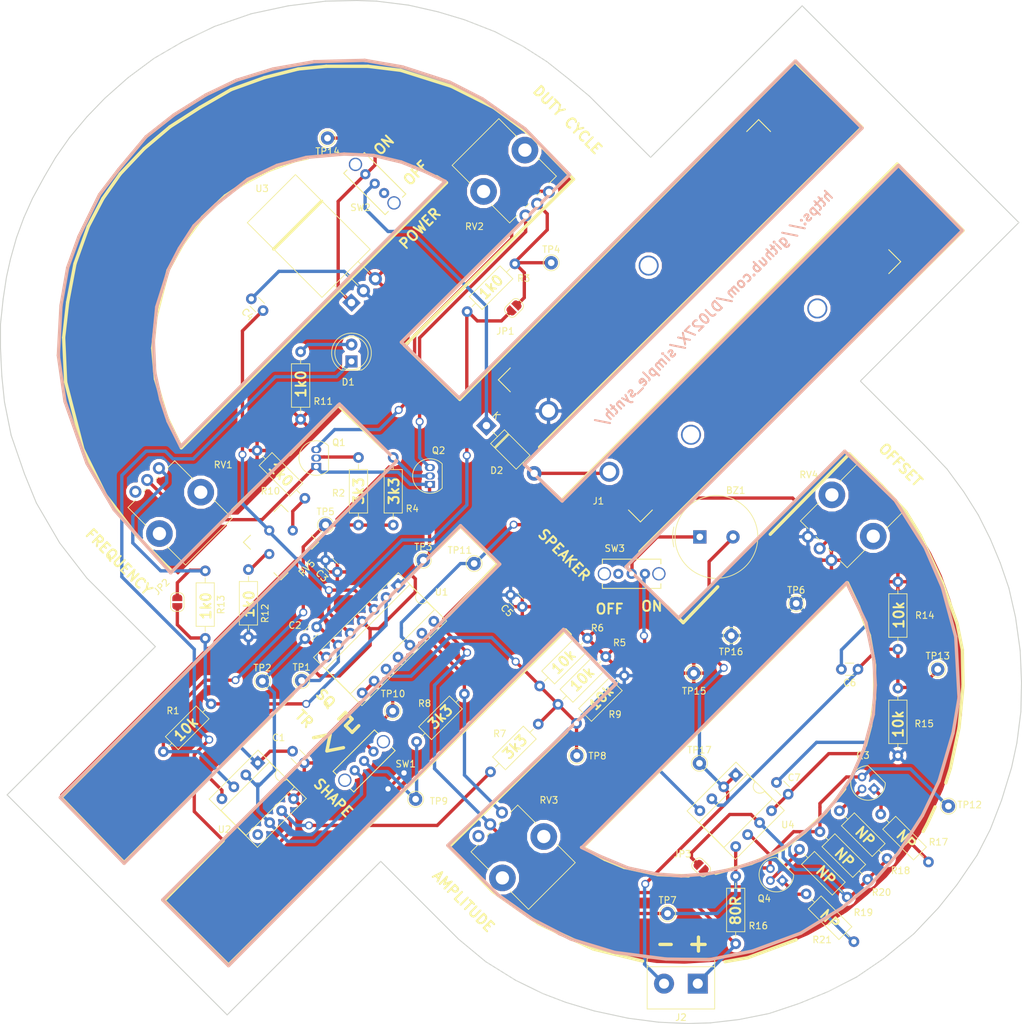
<source format=kicad_pcb>
(kicad_pcb (version 20171130) (host pcbnew 5.0.2-bee76a0~70~ubuntu18.04.1)
  (layers (0 F.Cu signal) (31 B.Cu signal) (34 B.Paste user) (35 F.Paste user) (36 B.SilkS user) (37 F.SilkS user) (38 B.Mask user) (39 F.Mask user) (44 Edge.Cuts user))
  (net 0 "")
  (net 1 GND)
  (net 2 +5V)
  (net 3 /MAIN_VFO/TRIANGLE)
  (net 4 "Net-(C2-Pad2)")
  (net 5 VDD_BAT)
  (net 6 HI_Z_REF)
  (net 7 /MAIN_VFO/DISCHARGE)
  (net 8 "Net-(D1-Pad2)")
  (net 9 "Net-(D2-Pad1)")
  (net 10 "Net-(D2-Pad2)")
  (net 11 /OUTPUT/OUTPUT)
  (net 12 /OUTPUT/LO_Z_REF)
  (net 13 "Net-(JP1-Pad2)")
  (net 14 "Net-(Q1-Pad2)")
  (net 15 "Net-(Q1-Pad3)")
  (net 16 "Net-(Q1-Pad1)")
  (net 17 "Net-(Q2-Pad2)")
  (net 18 "Net-(Q3-Pad1)")
  (net 19 "Net-(Q4-Pad1)")
  (net 20 "Net-(R1-Pad1)")
  (net 21 "Net-(R5-Pad1)")
  (net 22 "Net-(R8-Pad1)")
  (net 23 "Net-(R8-Pad2)")
  (net 24 VFO_OUT)
  (net 25 "Net-(RV4-Pad2)")
  (net 26 "Net-(Q3-Pad2)")
  (net 27 "Net-(Q4-Pad2)")
  (net 28 "Net-(BZ1-Pad1)")
  (net 29 /MAIN_VFO/TRIM)
  (net 30 "Net-(JP2-Pad1)")
  (net 31 "Net-(R10-Pad2)")
  (net 32 "Net-(R12-Pad1)")
  (net 33 "Net-(SW1-Pad3)")
  (net 34 "Net-(JP2-Pad2)")
  (net 35 "Net-(JP3-Pad2)")
  (net 36 "Net-(JP3-Pad1)")
  (net 37 "Net-(Q2-Pad3)")
  (module Capacitor_THT:C_Disc_D3.0mm_W1.6mm_P2.50mm (layer F.Cu) (at 97.2 61.35 135)
    (fp_text reference C4 (at 1.25 -2.05 135) (layer F.SilkS))
    (fp_text value 10nF)
    (pad 1 thru_hole circle (at 0 0 135) (size 1.6 1.6) (drill 0.8) (layers *.Cu *.Mask) (net 29 /MAIN_VFO/TRIM))
    (pad 2 thru_hole circle (at 2.5 0 135) (size 1.6 1.6) (drill 0.8) (layers *.Cu *.Mask) (net 1 GND))
  )
  (module TerminalBlock:TerminalBlock_bornier-2_P5.08mm (layer F.Cu) (at 162.6 162.6 180)
    (fp_text reference J2 (at 2.54 -5.08 180) (layer F.SilkS))
    (fp_text value Screw_Terminal_01x02)
    (pad 1 thru_hole rect (at 0 0 180) (size 3 3) (drill 1.52) (layers *.Cu *.Mask) (net 11 /OUTPUT/OUTPUT))
    (pad 2 thru_hole circle (at 5.08 0 180) (size 3 3) (drill 1.52) (layers *.Cu *.Mask) (net 12 /OUTPUT/LO_Z_REF))
  )
  (module custom:OS102011MS2QN1 (layer F.Cu) (at 114 42.25 315)
    (fp_text reference SW2 (at 1.025305 4.065864) (layer F.SilkS))
    (fp_text value SW_SPDT)
    (pad "" thru_hole circle (at 4.1 0 315) (size 2 2) (drill 1.6) (layers *.Cu *.Mask))
    (pad "" thru_hole circle (at -4.1 0 315) (size 2 2) (drill 1.6) (layers *.Cu *.Mask))
    (pad 1 thru_hole circle (at -2.000001 0 315) (size 1.524 1.524) (drill 0.762) (layers *.Cu *.Mask) (net 5 VDD_BAT))
    (pad 3 thru_hole circle (at 2.000001 0 315) (size 1.524 1.524) (drill 0.762) (layers *.Cu *.Mask))
    (pad 2 thru_hole circle (at 0 0 315) (size 1.524 1.524) (drill 0.762) (layers *.Cu *.Mask) (net 9 "Net-(D2-Pad1)"))
  )
  (module Capacitor_THT:C_Disc_D3.0mm_W1.6mm_P2.50mm (layer F.Cu) (at 103.4 129.4 135)
    (fp_text reference C1 (at 5.409367 -0.035355 180) (layer F.SilkS))
    (fp_text value 10nF)
    (pad 2 thru_hole circle (at 2.5 0 135) (size 1.6 1.6) (drill 0.8) (layers *.Cu *.Mask) (net 1 GND))
    (pad 1 thru_hole circle (at 0 0 135) (size 1.6 1.6) (drill 0.8) (layers *.Cu *.Mask) (net 2 +5V))
  )
  (module Capacitor_THT:C_Disc_D3.0mm_W1.6mm_P2.50mm (layer F.Cu) (at 103.5 110.7 45)
    (fp_text reference C2 (at 0.353553 -2.474874) (layer F.SilkS))
    (fp_text value 100nF)
    (pad 1 thru_hole circle (at 0 0 45) (size 1.6 1.6) (drill 0.8) (layers *.Cu *.Mask) (net 3 /MAIN_VFO/TRIANGLE))
    (pad 2 thru_hole circle (at 2.5 0 45) (size 1.6 1.6) (drill 0.8) (layers *.Cu *.Mask) (net 4 "Net-(C2-Pad2)"))
  )
  (module LED_THT:LED_D5.0mm (layer F.Cu) (at 110.5 69 90)
    (fp_text reference D1 (at -3.1 -0.5 180) (layer F.SilkS))
    (fp_text value LED)
    (pad 1 thru_hole rect (at 0 0 90) (size 1.8 1.8) (drill 0.9) (layers *.Cu *.Mask) (net 7 /MAIN_VFO/DISCHARGE))
    (pad 2 thru_hole circle (at 2.54 0 90) (size 1.8 1.8) (drill 0.9) (layers *.Cu *.Mask) (net 8 "Net-(D1-Pad2)"))
  )
  (module Diode_THT:D_DO-41_SOD81_P10.16mm_Horizontal (layer F.Cu) (at 130.8 78.65 315)
    (fp_text reference D2 (at 5.868986 3.676955) (layer F.SilkS))
    (fp_text value Diode)
    (fp_text user K (at 0 -2.1 315) (layer F.SilkS))
    (pad 1 thru_hole rect (at 0 0 315) (size 2.2 2.2) (drill 1.1) (layers *.Cu *.Mask) (net 9 "Net-(D2-Pad1)"))
    (pad 2 thru_hole oval (at 10.16 0 315) (size 2.2 2.2) (drill 1.1) (layers *.Cu *.Mask) (net 10 "Net-(D2-Pad2)"))
  )
  (module custom:BC9VPC (layer F.Cu) (at 149.3 85.6 225)
    (fp_text reference J1 (at 4.277996 -1.944544 180) (layer F.SilkS))
    (fp_text value 9V_BAT_HOLDER)
    (pad 1 thru_hole circle (at 0 0 225) (size 3 3) (drill 2) (layers *.Cu *.Mask) (net 10 "Net-(D2-Pad2)"))
    (pad 2 thru_hole circle (at 0 12.95 225) (size 3 3) (drill 2) (layers *.Cu *.Mask) (net 1 GND))
    (pad "" np_thru_hole circle (at -12.62 -4.740001 225) (size 3 3) (drill 2.5) (layers *.Cu *.Mask))
    (pad "" np_thru_hole circle (at -39.49 -4.74 225) (size 3 3) (drill 2.5) (layers *.Cu *.Mask))
    (pad "" np_thru_hole circle (at -26.11 17.759999 225) (size 3 3) (drill 2.5) (layers *.Cu *.Mask))
  )
  (module Jumper:SolderJumper-2_P1.3mm_Open_RoundedPad1.0x1.5mm (layer F.Cu) (at 134.95 60.95 45)
    (fp_text reference JP1 (at -3.394113 1.555635) (layer F.SilkS))
    (fp_text value SolderJumper_Open)
    (pad 2 smd custom (at 0.649999 0 45) (size 1 0.5) (layers F.Cu F.Mask) (net 13 "Net-(JP1-Pad2)") (options (clearance outline) (anchor rect)) (primitives (gr_circle (center 0 0.25) (end 0.5 0.25) (width 0)) (gr_circle (center 0 -0.25) (end 0.5 -0.25) (width 0)) (gr_poly (pts (xy 0 -0.75) (xy -0.5 -0.75) (xy -0.5 0.75) (xy 0 0.75)) (width 0))))
    (pad 1 smd custom (at -0.649999 0 45) (size 1 0.5) (layers F.Cu F.Mask) (net 4 "Net-(C2-Pad2)") (options (clearance outline) (anchor rect)) (primitives (gr_circle (center 0 0.25) (end 0.5 0.25) (width 0)) (gr_circle (center 0 -0.25) (end 0.5 -0.25) (width 0)) (gr_poly (pts (xy 0 -0.75) (xy 0.5 -0.75) (xy 0.5 0.75) (xy 0 0.75)) (width 0))))
  )
  (module Jumper:SolderJumper-2_P1.3mm_Open_RoundedPad1.0x1.5mm (layer F.Cu) (at 84.3 105.2 270)
    (fp_text reference JP2 (at -2.298097 2.368808 225) (layer F.SilkS))
    (fp_text value SolderJumper_Open)
    (pad 2 smd custom (at 0.649999 0 270) (size 1 0.5) (layers F.Cu F.Mask) (net 34 "Net-(JP2-Pad2)") (options (clearance outline) (anchor rect)) (primitives (gr_circle (center 0 0.25) (end 0.5 0.25) (width 0)) (gr_circle (center 0 -0.25) (end 0.5 -0.25) (width 0)) (gr_poly (pts (xy 0 -0.75) (xy -0.5 -0.75) (xy -0.5 0.75) (xy 0 0.75)) (width 0))))
    (pad 1 smd custom (at -0.649999 0 270) (size 1 0.5) (layers F.Cu F.Mask) (net 30 "Net-(JP2-Pad1)") (options (clearance outline) (anchor rect)) (primitives (gr_circle (center 0 0.25) (end 0.5 0.25) (width 0)) (gr_circle (center 0 -0.25) (end 0.5 -0.25) (width 0)) (gr_poly (pts (xy 0 -0.75) (xy 0.5 -0.75) (xy 0.5 0.75) (xy 0 0.75)) (width 0))))
  )
  (module Jumper:SolderJumper-2_P1.3mm_Open_RoundedPad1.0x1.5mm (layer F.Cu) (at 163.1 145.1 315)
    (fp_text reference JP3 (at -3.394113 0.565685) (layer F.SilkS))
    (fp_text value SolderJumper_Bridged)
    (pad 2 smd custom (at 0.649999 0 315) (size 1 0.5) (layers F.Cu F.Mask) (net 35 "Net-(JP3-Pad2)") (options (clearance outline) (anchor rect)) (primitives (gr_circle (center 0 0.25) (end 0.5 0.25) (width 0)) (gr_circle (center 0 -0.25) (end 0.5 -0.25) (width 0)) (gr_poly (pts (xy 0 -0.75) (xy -0.5 -0.75) (xy -0.5 0.75) (xy 0 0.75)) (width 0))))
    (pad 1 smd custom (at -0.649999 0 315) (size 1 0.5) (layers F.Cu F.Mask) (net 36 "Net-(JP3-Pad1)") (options (clearance outline) (anchor rect)) (primitives (gr_circle (center 0 0.25) (end 0.5 0.25) (width 0)) (gr_circle (center 0 -0.25) (end 0.5 -0.25) (width 0)) (gr_poly (pts (xy 0 -0.75) (xy 0.5 -0.75) (xy 0.5 0.75) (xy 0 0.75)) (width 0))))
  )
  (module Package_TO_SOT_THT:TO-92 (layer F.Cu) (at 189.105382 133.307403 135)
    (fp_text reference Q3 (at 4.746656 2.405592 180) (layer F.SilkS))
    (fp_text value NP_NPN_CBE)
    (pad 1 thru_hole rect (at 0 0 225) (size 1.3 1.3) (drill 0.75) (layers *.Cu *.Mask) (net 18 "Net-(Q3-Pad1)"))
    (pad 3 thru_hole circle (at 2.54 0 225) (size 1.3 1.3) (drill 0.75) (layers *.Cu *.Mask) (net 35 "Net-(JP3-Pad2)"))
    (pad 2 thru_hole circle (at 1.27 -1.27 225) (size 1.3 1.3) (drill 0.75) (layers *.Cu *.Mask) (net 26 "Net-(Q3-Pad2)"))
  )
  (module Package_TO_SOT_THT:TO-92 (layer F.Cu) (at 175.3168 147.095985 135)
    (fp_text reference Q4 (at 0.00904 -3.833095 180) (layer F.SilkS))
    (fp_text value NP_PNP_CBE)
    (pad 1 thru_hole rect (at 0 0 225) (size 1.3 1.3) (drill 0.75) (layers *.Cu *.Mask) (net 19 "Net-(Q4-Pad1)"))
    (pad 3 thru_hole circle (at 2.54 0 225) (size 1.3 1.3) (drill 0.75) (layers *.Cu *.Mask) (net 35 "Net-(JP3-Pad2)"))
    (pad 2 thru_hole circle (at 1.27 -1.27 225) (size 1.3 1.3) (drill 0.75) (layers *.Cu *.Mask) (net 27 "Net-(Q4-Pad2)"))
  )
  (module Resistor_THT:R_Axial_DIN0207_L6.3mm_D2.5mm_P10.16mm_Horizontal (layer F.Cu) (at 82.2 127.7 45)
    (fp_text reference R1 (at 5.374012 -3.323402) (layer F.SilkS))
    (fp_text value 10k)
    (pad 2 thru_hole oval (at 10.16 0 45) (size 1.6 1.6) (drill 0.8) (layers *.Cu *.Mask) (net 34 "Net-(JP2-Pad2)"))
    (pad 1 thru_hole circle (at 0 0 45) (size 1.6 1.6) (drill 0.8) (layers *.Cu *.Mask) (net 20 "Net-(R1-Pad1)"))
  )
  (module Resistor_THT:R_Axial_DIN0207_L6.3mm_D2.5mm_P10.16mm_Horizontal (layer F.Cu) (at 111.54939 83.44838 270)
    (fp_text reference R2 (at 5.35162 2.99939) (layer F.SilkS))
    (fp_text value 3k3)
    (pad 1 thru_hole circle (at 0 0 270) (size 1.6 1.6) (drill 0.8) (layers *.Cu *.Mask) (net 14 "Net-(Q1-Pad2)"))
    (pad 2 thru_hole oval (at 10.16 0 270) (size 1.6 1.6) (drill 0.8) (layers *.Cu *.Mask) (net 20 "Net-(R1-Pad1)"))
  )
  (module Resistor_THT:R_Axial_DIN0207_L6.3mm_D2.5mm_P10.16mm_Horizontal (layer F.Cu) (at 127.9 61.5 45)
    (fp_text reference R3 (at 9.545942 2.474874) (layer F.SilkS))
    (fp_text value 1k0)
    (pad 1 thru_hole circle (at 0 0 45) (size 1.6 1.6) (drill 0.8) (layers *.Cu *.Mask) (net 4 "Net-(C2-Pad2)"))
    (pad 2 thru_hole oval (at 10.16 0 45) (size 1.6 1.6) (drill 0.8) (layers *.Cu *.Mask) (net 13 "Net-(JP1-Pad2)"))
  )
  (module Resistor_THT:R_Axial_DIN0207_L6.3mm_D2.5mm_P10.16mm_Horizontal (layer F.Cu) (at 116.781981 83.44838 270)
    (fp_text reference R4 (at 7.70162 -2.868019) (layer F.SilkS))
    (fp_text value 3k3)
    (pad 1 thru_hole circle (at 0 0 270) (size 1.6 1.6) (drill 0.8) (layers *.Cu *.Mask) (net 17 "Net-(Q2-Pad2)"))
    (pad 2 thru_hole oval (at 10.16 0 270) (size 1.6 1.6) (drill 0.8) (layers *.Cu *.Mask) (net 20 "Net-(R1-Pad1)"))
  )
  (module Resistor_THT:R_Axial_DIN0207_L6.3mm_D2.5mm_P10.16mm_Horizontal (layer F.Cu) (at 141.568838 120.581623 45)
    (fp_text reference R5 (at 13.1 0 180) (layer F.SilkS))
    (fp_text value 10k)
    (pad 2 thru_hole oval (at 10.16 0 45) (size 1.6 1.6) (drill 0.8) (layers *.Cu *.Mask) (net 2 +5V))
    (pad 1 thru_hole circle (at 0 0 45) (size 1.6 1.6) (drill 0.8) (layers *.Cu *.Mask) (net 21 "Net-(R5-Pad1)"))
  )
  (module Resistor_THT:R_Axial_DIN0207_L6.3mm_D2.5mm_P10.16mm_Horizontal (layer F.Cu) (at 138.811122 117.823907 45)
    (fp_text reference R6 (at 12.312698 -0.024769) (layer F.SilkS))
    (fp_text value 10k)
    (pad 1 thru_hole circle (at 0 0 45) (size 1.6 1.6) (drill 0.8) (layers *.Cu *.Mask) (net 21 "Net-(R5-Pad1)"))
    (pad 2 thru_hole oval (at 10.16 0 45) (size 1.6 1.6) (drill 0.8) (layers *.Cu *.Mask) (net 2 +5V))
  )
  (module Resistor_THT:R_Axial_DIN0207_L6.3mm_D2.5mm_P10.16mm_Horizontal (layer F.Cu) (at 138.59899 123.551472 225)
    (fp_text reference R7 (at 5.124769 3.076241) (layer F.SilkS))
    (fp_text value 3k3)
    (pad 1 thru_hole circle (at 0 0 225) (size 1.6 1.6) (drill 0.8) (layers *.Cu *.Mask) (net 21 "Net-(R5-Pad1)"))
    (pad 2 thru_hole oval (at 10.16 0 225) (size 1.6 1.6) (drill 0.8) (layers *.Cu *.Mask) (net 7 /MAIN_VFO/DISCHARGE))
  )
  (module Resistor_THT:R_Axial_DIN0207_L6.3mm_D2.5mm_P10.16mm_Horizontal (layer F.Cu) (at 120.3 126.2 45)
    (fp_text reference R8 (at 4.914392 -3.217336 180) (layer F.SilkS))
    (fp_text value 3k3)
    (pad 1 thru_hole circle (at 0 0 45) (size 1.6 1.6) (drill 0.8) (layers *.Cu *.Mask) (net 22 "Net-(R8-Pad1)"))
    (pad 2 thru_hole oval (at 10.16 0 45) (size 1.6 1.6) (drill 0.8) (layers *.Cu *.Mask) (net 23 "Net-(R8-Pad2)"))
  )
  (module Resistor_THT:R_Axial_DIN0207_L6.3mm_D2.5mm_P10.16mm_Horizontal (layer F.Cu) (at 151.539044 116.268272 225)
    (fp_text reference R9 (at 5.105857 -3.141452) (layer F.SilkS))
    (fp_text value 10k)
    (pad 2 thru_hole oval (at 10.16 0 225) (size 1.6 1.6) (drill 0.8) (layers *.Cu *.Mask) (net 21 "Net-(R5-Pad1)"))
    (pad 1 thru_hole circle (at 0 0 225) (size 1.6 1.6) (drill 0.8) (layers *.Cu *.Mask) (net 1 GND))
  )
  (module Resistor_THT:R_Axial_DIN0207_L6.3mm_D2.5mm_P10.16mm_Horizontal (layer F.Cu) (at 96.3 82.4 315)
    (fp_text reference R10 (at 5.727565 2.899138 180) (layer F.SilkS))
    (fp_text value 1k0)
    (pad 2 thru_hole oval (at 10.16 0 315) (size 1.6 1.6) (drill 0.8) (layers *.Cu *.Mask) (net 31 "Net-(R10-Pad2)"))
    (pad 1 thru_hole circle (at 0 0 315) (size 1.6 1.6) (drill 0.8) (layers *.Cu *.Mask) (net 2 +5V))
  )
  (module Resistor_THT:R_Axial_DIN0207_L6.3mm_D2.5mm_P10.16mm_Horizontal (layer F.Cu) (at 102.85 77.7 90)
    (fp_text reference R11 (at 2.7 3.4) (layer F.SilkS))
    (fp_text value 1k0)
    (pad 1 thru_hole circle (at 0 0 90) (size 1.6 1.6) (drill 0.8) (layers *.Cu *.Mask) (net 2 +5V))
    (pad 2 thru_hole oval (at 10.16 0 90) (size 1.6 1.6) (drill 0.8) (layers *.Cu *.Mask) (net 8 "Net-(D1-Pad2)"))
  )
  (module Resistor_THT:R_Axial_DIN0207_L6.3mm_D2.5mm_P10.16mm_Horizontal (layer F.Cu) (at 95 100.3 270)
    (fp_text reference R12 (at 6.6 -2.5 270) (layer F.SilkS))
    (fp_text value 1k0)
    (pad 2 thru_hole oval (at 10.16 0 270) (size 1.6 1.6) (drill 0.8) (layers *.Cu *.Mask) (net 1 GND))
    (pad 1 thru_hole circle (at 0 0 270) (size 1.6 1.6) (drill 0.8) (layers *.Cu *.Mask) (net 32 "Net-(R12-Pad1)"))
  )
  (module Resistor_THT:R_Axial_DIN0207_L6.3mm_D2.5mm_P10.16mm_Horizontal (layer F.Cu) (at 192.7 112.3 90)
    (fp_text reference R14 (at 5.1 4.05 180) (layer F.SilkS))
    (fp_text value 10k)
    (pad 2 thru_hole oval (at 10.16 0 90) (size 1.6 1.6) (drill 0.8) (layers *.Cu *.Mask) (net 2 +5V))
    (pad 1 thru_hole circle (at 0 0 90) (size 1.6 1.6) (drill 0.8) (layers *.Cu *.Mask) (net 6 HI_Z_REF))
  )
  (module Resistor_THT:R_Axial_DIN0207_L6.3mm_D2.5mm_P10.16mm_Horizontal (layer F.Cu) (at 192.7 128.3 90)
    (fp_text reference R15 (at 4.8 3.95 180) (layer F.SilkS))
    (fp_text value 10k)
    (pad 1 thru_hole circle (at 0 0 90) (size 1.6 1.6) (drill 0.8) (layers *.Cu *.Mask) (net 1 GND))
    (pad 2 thru_hole oval (at 10.16 0 90) (size 1.6 1.6) (drill 0.8) (layers *.Cu *.Mask) (net 6 HI_Z_REF))
  )
  (module Resistor_THT:R_Axial_DIN0207_L6.3mm_D2.5mm_P10.16mm_Horizontal (layer F.Cu) (at 183.9 136.6 315)
    (fp_text reference R18 (at 12.869343 -0.141421 180) (layer F.SilkS))
    (fp_text value NP_3k3)
    (pad 1 thru_hole circle (at 0 0 315) (size 1.6 1.6) (drill 0.8) (layers *.Cu *.Mask) (net 26 "Net-(Q3-Pad2)"))
    (pad 2 thru_hole oval (at 10.16 0 315) (size 1.6 1.6) (drill 0.8) (layers *.Cu *.Mask) (net 36 "Net-(JP3-Pad1)"))
  )
  (module Resistor_THT:R_Axial_DIN0207_L6.3mm_D2.5mm_P10.16mm_Horizontal (layer F.Cu) (at 177.9 142.4 315)
    (fp_text reference R19 (at 13.50574 -0.070711) (layer F.SilkS))
    (fp_text value NP_3k3)
    (pad 2 thru_hole oval (at 10.16 0 315) (size 1.6 1.6) (drill 0.8) (layers *.Cu *.Mask) (net 36 "Net-(JP3-Pad1)"))
    (pad 1 thru_hole circle (at 0 0 315) (size 1.6 1.6) (drill 0.8) (layers *.Cu *.Mask) (net 27 "Net-(Q4-Pad2)"))
  )
  (module Resistor_THT:R_Axial_DIN0207_L6.3mm_D2.5mm_P10.16mm_Horizontal (layer F.Cu) (at 180.973654 139.742074 315)
    (fp_text reference R20 (at 13 -0.1) (layer F.SilkS))
    (fp_text value NP_3k3)
    (pad 1 thru_hole circle (at 0 0 315) (size 1.6 1.6) (drill 0.8) (layers *.Cu *.Mask) (net 35 "Net-(JP3-Pad2)"))
    (pad 2 thru_hole oval (at 10.16 0 315) (size 1.6 1.6) (drill 0.8) (layers *.Cu *.Mask) (net 36 "Net-(JP3-Pad1)"))
  )
  (module Potentiometer_THT:Potentiometer_Bourns_PTV09A-1_Single_Vertical (layer F.Cu) (at 78 88.6 315)
    (fp_text reference RV1 (at 6.470027 -12.197592) (layer F.SilkS))
    (fp_text value 10k)
    (pad "" np_thru_hole circle (at 7 1.899999 315) (size 4 4) (drill 2) (layers *.Cu *.Mask))
    (pad "" np_thru_hole circle (at 7 -6.9 315) (size 4 4) (drill 2) (layers *.Cu *.Mask))
    (pad 1 thru_hole circle (at 0 0 315) (size 1.8 1.8) (drill 1) (layers *.Cu *.Mask))
    (pad 2 thru_hole circle (at 0 -2.5 315) (size 1.8 1.8) (drill 1) (layers *.Cu *.Mask) (net 16 "Net-(Q1-Pad1)"))
    (pad 3 thru_hole circle (at 0 -5 315) (size 1.8 1.8) (drill 1) (layers *.Cu *.Mask) (net 30 "Net-(JP2-Pad1)"))
  )
  (module Potentiometer_THT:Potentiometer_Bourns_PTV09A-1_Single_Vertical (layer F.Cu) (at 140.2 43.5 135)
    (fp_text reference RV2 (at 4.242641 -11.596551 180) (layer F.SilkS))
    (fp_text value 10k)
    (pad 3 thru_hole circle (at 0 -5 135) (size 1.8 1.8) (drill 1) (layers *.Cu *.Mask) (net 37 "Net-(Q2-Pad3)"))
    (pad 2 thru_hole circle (at 0 -2.5 135) (size 1.8 1.8) (drill 1) (layers *.Cu *.Mask) (net 13 "Net-(JP1-Pad2)"))
    (pad 1 thru_hole circle (at 0 0 135) (size 1.8 1.8) (drill 1) (layers *.Cu *.Mask) (net 15 "Net-(Q1-Pad3)"))
    (pad "" np_thru_hole circle (at 7 -6.9 135) (size 4 4) (drill 2) (layers *.Cu *.Mask))
    (pad "" np_thru_hole circle (at 7 1.899999 135) (size 4 4) (drill 2) (layers *.Cu *.Mask))
  )
  (module Potentiometer_THT:Potentiometer_Bourns_PTV09A-1_Single_Vertical (layer F.Cu) (at 129.6 140.4 315)
    (fp_text reference RV3 (at 3.676955 -11.313708) (layer F.SilkS))
    (fp_text value 10k)
    (pad "" np_thru_hole circle (at 7 1.899999 315) (size 4 4) (drill 2) (layers *.Cu *.Mask))
    (pad "" np_thru_hole circle (at 7 -6.9 315) (size 4 4) (drill 2) (layers *.Cu *.Mask))
    (pad 1 thru_hole circle (at 0 0 315) (size 1.8 1.8) (drill 1) (layers *.Cu *.Mask))
    (pad 2 thru_hole circle (at 0 -2.5 315) (size 1.8 1.8) (drill 1) (layers *.Cu *.Mask) (net 24 VFO_OUT))
    (pad 3 thru_hole circle (at 0 -5 315) (size 1.8 1.8) (drill 1) (layers *.Cu *.Mask) (net 23 "Net-(R8-Pad2)"))
  )
  (module Potentiometer_THT:Potentiometer_Bourns_PTV09A-1_Single_Vertical (layer F.Cu) (at 182.7 98.9 45)
    (fp_text reference RV4 (at 6.682159 -11.490485) (layer F.SilkS))
    (fp_text value 10k)
    (pad 3 thru_hole circle (at 0 -5 45) (size 1.8 1.8) (drill 1) (layers *.Cu *.Mask) (net 1 GND))
    (pad 2 thru_hole circle (at 0 -2.5 45) (size 1.8 1.8) (drill 1) (layers *.Cu *.Mask) (net 25 "Net-(RV4-Pad2)"))
    (pad 1 thru_hole circle (at 0 0 45) (size 1.8 1.8) (drill 1) (layers *.Cu *.Mask) (net 2 +5V))
    (pad "" np_thru_hole circle (at 7 -6.9 45) (size 4 4) (drill 2) (layers *.Cu *.Mask))
    (pad "" np_thru_hole circle (at 7 1.899999 45) (size 4 4) (drill 2) (layers *.Cu *.Mask))
  )
  (module custom:OS102011MS2QN1 (layer F.Cu) (at 112.4 129.1 45)
    (fp_text reference SW1 (at 4.101219 4.737615) (layer F.SilkS))
    (fp_text value SW_SPDT)
    (pad 2 thru_hole circle (at 0 0 45) (size 1.524 1.524) (drill 0.762) (layers *.Cu *.Mask) (net 22 "Net-(R8-Pad1)"))
    (pad 3 thru_hole circle (at 2.000001 0 45) (size 1.524 1.524) (drill 0.762) (layers *.Cu *.Mask) (net 33 "Net-(SW1-Pad3)"))
    (pad 1 thru_hole circle (at -2.000001 0 45) (size 1.524 1.524) (drill 0.762) (layers *.Cu *.Mask) (net 3 /MAIN_VFO/TRIANGLE))
    (pad "" thru_hole circle (at -4.1 0 45) (size 2 2) (drill 1.6) (layers *.Cu *.Mask))
    (pad "" thru_hole circle (at 4.1 0 45) (size 2 2) (drill 1.6) (layers *.Cu *.Mask))
  )
  (module custom:OS102011MS2QN1 (layer F.Cu) (at 152.645227 100.946447 180)
    (fp_text reference SW3 (at 2.545584 3.818377 180) (layer F.SilkS))
    (fp_text value SW_SPDT)
    (pad 2 thru_hole circle (at 0 0 180) (size 1.524 1.524) (drill 0.762) (layers *.Cu *.Mask) (net 28 "Net-(BZ1-Pad1)"))
    (pad 3 thru_hole circle (at 2.000001 0 180) (size 1.524 1.524) (drill 0.762) (layers *.Cu *.Mask))
    (pad 1 thru_hole circle (at -2.000001 0 180) (size 1.524 1.524) (drill 0.762) (layers *.Cu *.Mask) (net 11 /OUTPUT/OUTPUT))
    (pad "" thru_hole circle (at -4.1 0 180) (size 2 2) (drill 1.6) (layers *.Cu *.Mask))
    (pad "" thru_hole circle (at 4.1 0 180) (size 2 2) (drill 1.6) (layers *.Cu *.Mask))
  )
  (module Package_DIP:DIP-14_W7.62mm_Socket (layer F.Cu) (at 117.5 102.7 315)
    (fp_text reference U1 (at 5.338656 -3.924443) (layer F.SilkS))
    (fp_text value MCP6004)
    (pad 1 thru_hole rect (at 0 0 315) (size 1.6 1.6) (drill 0.8) (layers *.Cu *.Mask) (net 16 "Net-(Q1-Pad1)"))
    (pad 8 thru_hole oval (at 7.62 15.24 315) (size 1.6 1.6) (drill 0.8) (layers *.Cu *.Mask) (net 33 "Net-(SW1-Pad3)"))
    (pad 2 thru_hole oval (at 0 2.54 315) (size 1.6 1.6) (drill 0.8) (layers *.Cu *.Mask) (net 34 "Net-(JP2-Pad2)"))
    (pad 9 thru_hole oval (at 7.62 12.7 315) (size 1.6 1.6) (drill 0.8) (layers *.Cu *.Mask) (net 33 "Net-(SW1-Pad3)"))
    (pad 3 thru_hole oval (at 0 5.079999 315) (size 1.6 1.6) (drill 0.8) (layers *.Cu *.Mask) (net 29 /MAIN_VFO/TRIM))
    (pad 10 thru_hole oval (at 7.62 10.16 315) (size 1.6 1.6) (drill 0.8) (layers *.Cu *.Mask) (net 21 "Net-(R5-Pad1)"))
    (pad 4 thru_hole oval (at 0 7.62 315) (size 1.6 1.6) (drill 0.8) (layers *.Cu *.Mask) (net 2 +5V))
    (pad 11 thru_hole oval (at 7.62 7.62 315) (size 1.6 1.6) (drill 0.8) (layers *.Cu *.Mask) (net 1 GND))
    (pad 5 thru_hole oval (at 0 10.16 315) (size 1.6 1.6) (drill 0.8) (layers *.Cu *.Mask) (net 29 /MAIN_VFO/TRIM))
    (pad 12 thru_hole oval (at 7.62 5.08 315) (size 1.6 1.6) (drill 0.8) (layers *.Cu *.Mask) (net 25 "Net-(RV4-Pad2)"))
    (pad 6 thru_hole oval (at 0 12.7 315) (size 1.6 1.6) (drill 0.8) (layers *.Cu *.Mask) (net 4 "Net-(C2-Pad2)"))
    (pad 13 thru_hole oval (at 7.62 2.54 315) (size 1.6 1.6) (drill 0.8) (layers *.Cu *.Mask) (net 23 "Net-(R8-Pad2)"))
    (pad 7 thru_hole oval (at 0 15.24 315) (size 1.6 1.6) (drill 0.8) (layers *.Cu *.Mask) (net 3 /MAIN_VFO/TRIANGLE))
    (pad 14 thru_hole oval (at 7.62 0 315) (size 1.6 1.6) (drill 0.8) (layers *.Cu *.Mask) (net 24 VFO_OUT))
  )
  (module Package_DIP:DIP-8_W7.62mm_Socket (layer F.Cu) (at 96.4 129.4 315)
    (fp_text reference U2 (at 3.535534 10.606602) (layer F.SilkS))
    (fp_text value SE555P)
    (pad 1 thru_hole rect (at 0 0 315) (size 1.6 1.6) (drill 0.8) (layers *.Cu *.Mask) (net 1 GND))
    (pad 5 thru_hole oval (at 7.62 7.62 315) (size 1.6 1.6) (drill 0.8) (layers *.Cu *.Mask))
    (pad 2 thru_hole oval (at 0 2.54 315) (size 1.6 1.6) (drill 0.8) (layers *.Cu *.Mask) (net 3 /MAIN_VFO/TRIANGLE))
    (pad 6 thru_hole oval (at 7.62 5.08 315) (size 1.6 1.6) (drill 0.8) (layers *.Cu *.Mask) (net 3 /MAIN_VFO/TRIANGLE))
    (pad 3 thru_hole oval (at 0 5.079999 315) (size 1.6 1.6) (drill 0.8) (layers *.Cu *.Mask) (net 20 "Net-(R1-Pad1)"))
    (pad 7 thru_hole oval (at 7.62 2.54 315) (size 1.6 1.6) (drill 0.8) (layers *.Cu *.Mask) (net 7 /MAIN_VFO/DISCHARGE))
    (pad 4 thru_hole oval (at 0 7.62 315) (size 1.6 1.6) (drill 0.8) (layers *.Cu *.Mask) (net 2 +5V))
    (pad 8 thru_hole oval (at 7.62 0 315) (size 1.6 1.6) (drill 0.8) (layers *.Cu *.Mask) (net 2 +5V))
  )
  (module Package_TO_SOT_THT:TO-220-3_Horizontal_TabDown (layer F.Cu) (at 110.5 60.15 45)
    (fp_text reference U3 (at 2.616295 -21.637468) (layer F.SilkS))
    (fp_text value SCD7805BTG)
    (pad "" np_thru_hole oval (at 2.54 -16.66 45) (size 3.5 3.5) (drill 3.5) (layers *.Cu *.Mask))
    (pad 1 thru_hole rect (at 0 0 45) (size 1.905 2) (drill 1.1) (layers *.Cu *.Mask) (net 5 VDD_BAT))
    (pad 2 thru_hole oval (at 2.54 0 45) (size 1.905 2) (drill 1.1) (layers *.Cu *.Mask) (net 1 GND))
    (pad 3 thru_hole oval (at 5.079999 0 45) (size 1.905 2) (drill 1.1) (layers *.Cu *.Mask) (net 2 +5V))
  )
  (module Package_DIP:DIP-8_W7.62mm_Socket (layer F.Cu) (at 168.3 131.2 315)
    (fp_text reference U4 (at 10.854089 -0.247487) (layer F.SilkS))
    (fp_text value MCP6002)
    (pad 1 thru_hole rect (at 0 0 315) (size 1.6 1.6) (drill 0.8) (layers *.Cu *.Mask) (net 12 /OUTPUT/LO_Z_REF))
    (pad 5 thru_hole oval (at 7.62 7.62 315) (size 1.6 1.6) (drill 0.8) (layers *.Cu *.Mask) (net 24 VFO_OUT))
    (pad 2 thru_hole oval (at 0 2.54 315) (size 1.6 1.6) (drill 0.8) (layers *.Cu *.Mask) (net 12 /OUTPUT/LO_Z_REF))
    (pad 6 thru_hole oval (at 7.62 5.08 315) (size 1.6 1.6) (drill 0.8) (layers *.Cu *.Mask) (net 35 "Net-(JP3-Pad2)"))
    (pad 3 thru_hole oval (at 0 5.079999 315) (size 1.6 1.6) (drill 0.8) (layers *.Cu *.Mask) (net 6 HI_Z_REF))
    (pad 7 thru_hole oval (at 7.62 2.54 315) (size 1.6 1.6) (drill 0.8) (layers *.Cu *.Mask) (net 36 "Net-(JP3-Pad1)"))
    (pad 4 thru_hole oval (at 0 7.62 315) (size 1.6 1.6) (drill 0.8) (layers *.Cu *.Mask) (net 1 GND))
    (pad 8 thru_hole oval (at 7.62 0 315) (size 1.6 1.6) (drill 0.8) (layers *.Cu *.Mask) (net 2 +5V))
  )
  (module custom:TestPoint_THTPad_D2.0mm_Drill1.0mm (layer F.Cu) (at 103 117)
    (fp_text reference TP1 (at 0 -1.998) (layer F.SilkS))
    (fp_text value PTH_1_mm)
    (pad 1 thru_hole circle (at 0 0) (size 2 2) (drill 1) (layers *.Cu *.Mask) (net 4 "Net-(C2-Pad2)"))
  )
  (module custom:TestPoint_THTPad_D2.0mm_Drill1.0mm (layer F.Cu) (at 97.1 117.1)
    (fp_text reference TP2 (at 0 -1.998) (layer F.SilkS))
    (fp_text value PTH_1_mm)
    (pad 1 thru_hole circle (at 0 0) (size 2 2) (drill 1) (layers *.Cu *.Mask) (net 3 /MAIN_VFO/TRIANGLE))
  )
  (module custom:TestPoint_THTPad_D2.0mm_Drill1.0mm (layer F.Cu) (at 121.3 98.9)
    (fp_text reference TP3 (at 0 -1.998) (layer F.SilkS))
    (fp_text value PTH_1_mm)
    (pad 1 thru_hole circle (at 0 0) (size 2 2) (drill 1) (layers *.Cu *.Mask) (net 16 "Net-(Q1-Pad1)"))
  )
  (module custom:TestPoint_THTPad_D2.0mm_Drill1.0mm (layer F.Cu) (at 140.55 54.15)
    (fp_text reference TP4 (at 0 -1.998) (layer F.SilkS))
    (fp_text value PTH_1_mm)
    (pad 1 thru_hole circle (at 0 0) (size 2 2) (drill 1) (layers *.Cu *.Mask) (net 13 "Net-(JP1-Pad2)"))
  )
  (module custom:TestPoint_THTPad_D2.0mm_Drill1.0mm (layer F.Cu) (at 106.6 93.6)
    (fp_text reference TP5 (at 0 -1.998) (layer F.SilkS))
    (fp_text value PTH_1_mm)
    (pad 1 thru_hole circle (at 0 0) (size 2 2) (drill 1) (layers *.Cu *.Mask) (net 20 "Net-(R1-Pad1)"))
  )
  (module custom:TestPoint_THTPad_D2.0mm_Drill1.0mm (layer F.Cu) (at 177.4 105.4)
    (fp_text reference TP6 (at 0 -1.998) (layer F.SilkS))
    (fp_text value PTH_1_mm)
    (pad 1 thru_hole circle (at 0 0) (size 2 2) (drill 1) (layers *.Cu *.Mask) (net 1 GND))
  )
  (module custom:TestPoint_THTPad_D2.0mm_Drill1.0mm (layer F.Cu) (at 158.05 152.05)
    (fp_text reference TP7 (at 0 -1.998) (layer F.SilkS))
    (fp_text value PTH_1_mm)
    (pad 1 thru_hole circle (at 0 0) (size 2 2) (drill 1) (layers *.Cu *.Mask) (net 24 VFO_OUT))
  )
  (module custom:TestPoint_THTPad_D2.0mm_Drill1.0mm (layer F.Cu) (at 144.4 128.3)
    (fp_text reference TP8 (at 3.1 0.05) (layer F.SilkS))
    (fp_text value PTH_1_mm)
    (pad 1 thru_hole circle (at 0 0) (size 2 2) (drill 1) (layers *.Cu *.Mask) (net 21 "Net-(R5-Pad1)"))
  )
  (module custom:TestPoint_THTPad_D2.0mm_Drill1.0mm (layer F.Cu) (at 120.15 134.85)
    (fp_text reference TP9 (at 3.5 0.3) (layer F.SilkS))
    (fp_text value PTH_1_mm)
    (pad 1 thru_hole circle (at 0 0) (size 2 2) (drill 1) (layers *.Cu *.Mask) (net 22 "Net-(R8-Pad1)"))
  )
  (module custom:TestPoint_THTPad_D2.0mm_Drill1.0mm (layer F.Cu) (at 116.7 121.6 45)
    (fp_text reference TP10 (at 1.873833 -1.803122 180) (layer F.SilkS))
    (fp_text value PTH_1_mm)
    (pad 1 thru_hole circle (at 0 0 45) (size 2 2) (drill 1) (layers *.Cu *.Mask) (net 33 "Net-(SW1-Pad3)"))
  )
  (module custom:TestPoint_THTPad_D2.0mm_Drill1.0mm (layer F.Cu) (at 128.95 99.4)
    (fp_text reference TP11 (at -2.15 -1.998) (layer F.SilkS))
    (fp_text value PTH_1_mm)
    (pad 1 thru_hole circle (at 0 0) (size 2 2) (drill 1) (layers *.Cu *.Mask) (net 25 "Net-(RV4-Pad2)"))
  )
  (module custom:TestPoint_THTPad_D2.0mm_Drill1.0mm (layer F.Cu) (at 198.7 115.3)
    (fp_text reference TP13 (at 0 -1.998) (layer F.SilkS))
    (fp_text value PTH_1_mm)
    (pad 1 thru_hole circle (at 0 0) (size 2 2) (drill 1) (layers *.Cu *.Mask) (net 6 HI_Z_REF))
  )
  (module custom:TestPoint_THTPad_D2.0mm_Drill1.0mm (layer F.Cu) (at 106.9 35.4 180)
    (fp_text reference TP14 (at 0 -1.998 180) (layer F.SilkS))
    (fp_text value PTH_1_mm)
    (pad 1 thru_hole circle (at 0 0 180) (size 2 2) (drill 1) (layers *.Cu *.Mask) (net 5 VDD_BAT))
  )
  (module custom:TestPoint_THTPad_D2.0mm_Drill1.0mm (layer F.Cu) (at 161.989949 115.894322 135)
    (fp_text reference TP15 (at -1.947636 -1.862711) (layer F.SilkS))
    (fp_text value PTH_1_mm)
    (pad 1 thru_hole circle (at 0 0 135) (size 2 2) (drill 1) (layers *.Cu *.Mask) (net 2 +5V))
  )
  (module custom:TestPoint_THTPad_D2.0mm_Drill1.0mm (layer F.Cu) (at 167.646804 110.237469 135)
    (fp_text reference TP16 (at -1.690455 -1.756646 180) (layer F.SilkS))
    (fp_text value PTH_1_mm)
    (pad 1 thru_hole circle (at 0 0 135) (size 2 2) (drill 1) (layers *.Cu *.Mask) (net 1 GND))
  )
  (module custom:TestPoint_THTPad_D2.0mm_Drill1.0mm (layer F.Cu) (at 162.85 129.45)
    (fp_text reference TP17 (at 0 -1.998) (layer F.SilkS))
    (fp_text value PTH_1_mm)
    (pad 1 thru_hole circle (at 0 0) (size 2 2) (drill 1) (layers *.Cu *.Mask) (net 12 /OUTPUT/LO_Z_REF))
  )
  (module Buzzer_Beeper:Buzzer_TDK_PS1240P02BT_D12.2mm_H6.5mm (layer F.Cu) (at 162.9 95.4)
    (fp_text reference BZ1 (at 5.4 -7) (layer F.SilkS))
    (fp_text value PASSIVE_BUZZER)
    (pad 1 thru_hole rect (at 0 0) (size 2 2) (drill 1) (layers *.Cu *.Mask) (net 28 "Net-(BZ1-Pad1)"))
    (pad 2 thru_hole circle (at 5 0) (size 2 2) (drill 1) (layers *.Cu *.Mask) (net 12 /OUTPUT/LO_Z_REF))
  )
  (module Capacitor_THT:C_Disc_D3.0mm_W1.6mm_P2.50mm (layer F.Cu) (at 108.367767 100.667767 135)
    (fp_text reference C3 (at 1.25 -2.05 135) (layer F.SilkS))
    (fp_text value 10nF)
    (pad 2 thru_hole circle (at 2.5 0 135) (size 1.6 1.6) (drill 0.8) (layers *.Cu *.Mask) (net 1 GND))
    (pad 1 thru_hole circle (at 0 0 135) (size 1.6 1.6) (drill 0.8) (layers *.Cu *.Mask) (net 2 +5V))
  )
  (module Capacitor_THT:C_Disc_D3.0mm_W1.6mm_P2.50mm (layer F.Cu) (at 136.2 105.9 135)
    (fp_text reference C5 (at 1.25 -2.05 135) (layer F.SilkS))
    (fp_text value 10nF)
    (pad 2 thru_hole circle (at 2.5 0 135) (size 1.6 1.6) (drill 0.8) (layers *.Cu *.Mask) (net 1 GND))
    (pad 1 thru_hole circle (at 0 0 135) (size 1.6 1.6) (drill 0.8) (layers *.Cu *.Mask) (net 2 +5V))
  )
  (module Capacitor_THT:C_Disc_D3.0mm_W1.6mm_P2.50mm (layer F.Cu) (at 186.7 115.3 180)
    (fp_text reference C6 (at 1.25 -2.05 180) (layer F.SilkS))
    (fp_text value 10nF)
    (pad 1 thru_hole circle (at 0 0 180) (size 1.6 1.6) (drill 0.8) (layers *.Cu *.Mask) (net 6 HI_Z_REF))
    (pad 2 thru_hole circle (at 2.5 0 180) (size 1.6 1.6) (drill 0.8) (layers *.Cu *.Mask) (net 1 GND))
  )
  (module Capacitor_THT:C_Disc_D3.0mm_W1.6mm_P2.50mm (layer F.Cu) (at 176.2 134.1 135)
    (fp_text reference C7 (at 1.131371 2.404163 180) (layer F.SilkS))
    (fp_text value 10nF)
    (pad 1 thru_hole circle (at 0 0 135) (size 1.6 1.6) (drill 0.8) (layers *.Cu *.Mask) (net 2 +5V))
    (pad 2 thru_hole circle (at 2.5 0 135) (size 1.6 1.6) (drill 0.8) (layers *.Cu *.Mask) (net 1 GND))
  )
  (module custom:CT6EP102 (layer F.Cu) (at 99.9 96.2 225)
    (fp_text reference RV5 (at 0 -5.5 225) (layer F.SilkS))
    (fp_text value 1k0)
    (pad 1 thru_hole circle (at -2.5 0 225) (size 1.524 1.524) (drill 0.762) (layers *.Cu *.Mask) (net 31 "Net-(R10-Pad2)"))
    (pad 2 thru_hole circle (at 0 2.5 225) (size 1.524 1.524) (drill 0.762) (layers *.Cu *.Mask) (net 29 /MAIN_VFO/TRIM))
    (pad 3 thru_hole circle (at 2.5 0 225) (size 1.524 1.524) (drill 0.762) (layers *.Cu *.Mask) (net 32 "Net-(R12-Pad1)"))
  )
  (module Package_TO_SOT_THT:TO-92_Inline (layer F.Cu) (at 105.2 84.8 90)
    (fp_text reference Q1 (at 3.6 3.4 180) (layer F.SilkS))
    (fp_text value 2N3904)
    (pad 1 thru_hole rect (at 0 0 90) (size 1.05 1.5) (drill 0.75) (layers *.Cu *.Mask) (net 16 "Net-(Q1-Pad1)"))
    (pad 3 thru_hole oval (at 2.54 0 90) (size 1.05 1.5) (drill 0.75) (layers *.Cu *.Mask) (net 15 "Net-(Q1-Pad3)"))
    (pad 2 thru_hole oval (at 1.27 0 90) (size 1.05 1.5) (drill 0.75) (layers *.Cu *.Mask) (net 14 "Net-(Q1-Pad2)"))
  )
  (module Package_TO_SOT_THT:TO-92_Inline (layer F.Cu) (at 122.3 87.5 90)
    (fp_text reference Q2 (at 5.1 1.3 180) (layer F.SilkS))
    (fp_text value 2N3906)
    (pad 2 thru_hole oval (at 1.27 0 90) (size 1.05 1.5) (drill 0.75) (layers *.Cu *.Mask) (net 17 "Net-(Q2-Pad2)"))
    (pad 3 thru_hole oval (at 2.54 0 90) (size 1.05 1.5) (drill 0.75) (layers *.Cu *.Mask) (net 37 "Net-(Q2-Pad3)"))
    (pad 1 thru_hole rect (at 0 0 90) (size 1.05 1.5) (drill 0.75) (layers *.Cu *.Mask) (net 16 "Net-(Q1-Pad1)"))
  )
  (module Resistor_THT:R_Axial_DIN0207_L6.3mm_D2.5mm_P10.16mm_Horizontal (layer F.Cu) (at 88.5 100.5 270)
    (fp_text reference R13 (at 5.08 -2.37 270) (layer F.SilkS))
    (fp_text value 1k0)
    (pad 2 thru_hole oval (at 10.16 0 270) (size 1.6 1.6) (drill 0.8) (layers *.Cu *.Mask) (net 34 "Net-(JP2-Pad2)"))
    (pad 1 thru_hole circle (at 0 0 270) (size 1.6 1.6) (drill 0.8) (layers *.Cu *.Mask) (net 30 "Net-(JP2-Pad1)"))
  )
  (module Resistor_THT:R_Axial_DIN0207_L6.3mm_D2.5mm_P10.16mm_Horizontal (layer F.Cu) (at 168.3 156.6 90)
    (fp_text reference R16 (at 2.7 3.4 180) (layer F.SilkS))
    (fp_text value 80)
    (pad 1 thru_hole circle (at 0 0 90) (size 1.6 1.6) (drill 0.8) (layers *.Cu *.Mask) (net 11 /OUTPUT/OUTPUT))
    (pad 2 thru_hole oval (at 10.16 0 90) (size 1.6 1.6) (drill 0.8) (layers *.Cu *.Mask) (net 24 VFO_OUT))
  )
  (module Resistor_THT:R_Axial_DIN0207_L6.3mm_D2.5mm_P10.16mm_Horizontal (layer F.Cu) (at 197.3 144.3 135)
    (fp_text reference R17 (at 1.06066 3.181981 180) (layer F.SilkS))
    (fp_text value NP_47)
    (pad 1 thru_hole circle (at 0 0 135) (size 1.6 1.6) (drill 0.8) (layers *.Cu *.Mask) (net 2 +5V))
    (pad 2 thru_hole oval (at 10.16 0 135) (size 1.6 1.6) (drill 0.8) (layers *.Cu *.Mask) (net 18 "Net-(Q3-Pad1)"))
  )
  (module Resistor_THT:R_Axial_DIN0207_L6.3mm_D2.5mm_P10.16mm_Horizontal (layer F.Cu) (at 178.9 149.1 315)
    (fp_text reference R21 (at 6.576093 3.181981) (layer F.SilkS))
    (fp_text value NP_47)
    (pad 2 thru_hole oval (at 10.16 0 315) (size 1.6 1.6) (drill 0.8) (layers *.Cu *.Mask) (net 1 GND))
    (pad 1 thru_hole circle (at 0 0 315) (size 1.6 1.6) (drill 0.8) (layers *.Cu *.Mask) (net 19 "Net-(Q4-Pad1)"))
  )
  (module custom:TestPoint_THTPad_D2.0mm_Drill1.0mm (layer F.Cu) (at 200.3 135.9)
    (fp_text reference TP12 (at 3.2 -0.2) (layer F.SilkS))
    (fp_text value PTH_1_mm)
    (pad 1 thru_hole circle (at 0 0) (size 2 2) (drill 1) (layers *.Cu *.Mask) (net 35 "Net-(JP3-Pad2)"))
  )
  (gr_text 1k0 (at 88.6 105.782843 90) (layer F.SilkS) (effects (font (size 1.5 1.5) (thickness 0.3))))
  (gr_line (start 125.2 142) (end 142.9 124.7) (layer F.SilkS) (width 0.5))
  (gr_line (start 126.8 143.6) (end 125.2 142) (layer F.SilkS) (width 0.5))
  (gr_line (start 131.7 148.7) (end 126.8 143.6) (layer F.SilkS) (width 0.5))
  (gr_line (start 138.7 153.6) (end 131.7 148.7) (layer F.SilkS) (width 0.5))
  (gr_line (start 146.9 157.4) (end 138.7 153.6) (layer F.SilkS) (width 0.5))
  (gr_line (start 154.3 159.2) (end 146.9 157.4) (layer F.SilkS) (width 0.5))
  (gr_line (start 170.1 158.7) (end 166.7 159.3) (layer F.SilkS) (width 0.5))
  (gr_line (start 177.4 156) (end 170.1 158.7) (layer F.SilkS) (width 0.5))
  (gr_line (start 197.1 138.6) (end 196.5 139.7) (layer F.SilkS) (width 0.5))
  (gr_line (start 198.3 136) (end 197.1 138.6) (layer F.SilkS) (width 0.5))
  (gr_line (start 200.6 130.2) (end 199.9 132.4) (layer F.SilkS) (width 0.5))
  (gr_line (start 201.9 124.1) (end 200.6 130.2) (layer F.SilkS) (width 0.5))
  (gr_line (start 202.5 117.8) (end 201.9 124.1) (layer F.SilkS) (width 0.5))
  (gr_line (start 202.4 112.4) (end 202.5 117.8) (layer F.SilkS) (width 0.5))
  (gr_line (start 201.6 108.4) (end 202.4 112.4) (layer F.SilkS) (width 0.5))
  (gr_line (start 199.4 102.3) (end 201.6 108.4) (layer F.SilkS) (width 0.5))
  (gr_line (start 196.1 95.2) (end 199.4 102.3) (layer F.SilkS) (width 0.5))
  (gr_line (start 193.9 91.6) (end 196.1 95.2) (layer F.SilkS) (width 0.5))
  (gr_line (start 190.2 87.6) (end 193.9 91.6) (layer F.SilkS) (width 0.5))
  (gr_line (start 185.4 82.9) (end 190.2 87.6) (layer F.SilkS) (width 0.5))
  (gr_line (start 173.5 95) (end 185.4 82.9) (layer F.SilkS) (width 0.5))
  (gr_line (start 160.4 108.3) (end 165.6 102.9) (layer F.SilkS) (width 0.5))
  (gr_line (start 158 105.9) (end 160.4 108.3) (layer F.SilkS) (width 0.5))
  (gr_line (start 202.5 49.3) (end 153.9 97.6) (layer F.SilkS) (width 0.5))
  (gr_line (start 192.6 39.3) (end 202.5 49.3) (layer F.SilkS) (width 0.5))
  (gr_line (start 142.1 89.9) (end 192.6 39.3) (layer F.SilkS) (width 0.5))
  (gr_line (start 139.5 87.4) (end 142.1 89.9) (layer F.SilkS) (width 0.5))
  (gr_line (start 187.3 33.8) (end 138.8 81.9) (layer F.SilkS) (width 0.5))
  (gr_line (start 177.2 23.9) (end 187.3 33.8) (layer F.SilkS) (width 0.5))
  (gr_line (start 126.8 74.7) (end 177.2 23.9) (layer F.SilkS) (width 0.5))
  (gr_line (start 118.5 66.6) (end 126.8 74.7) (layer F.SilkS) (width 0.5))
  (gr_line (start 143.9 41.6) (end 118.5 66.6) (layer F.SilkS) (width 0.5))
  (gr_line (start 137.4 34.9) (end 143.9 41.6) (layer F.SilkS) (width 0.5))
  (gr_line (start 131.9 30.8) (end 137.4 34.9) (layer F.SilkS) (width 0.5))
  (gr_line (start 125.5 27.6) (end 131.9 30.8) (layer F.SilkS) (width 0.5))
  (gr_line (start 117.9 25.2) (end 125.5 27.6) (layer F.SilkS) (width 0.5))
  (gr_line (start 113 24.6) (end 117.9 25.2) (layer F.SilkS) (width 0.5))
  (gr_line (start 106.7 24.6) (end 113 24.6) (layer F.SilkS) (width 0.5))
  (gr_line (start 102.5 25) (end 106.7 24.6) (layer F.SilkS) (width 0.5))
  (gr_line (start 97.4 26.3) (end 102.5 25) (layer F.SilkS) (width 0.5))
  (gr_line (start 92.4 28.1) (end 97.4 26.3) (layer F.SilkS) (width 0.5))
  (gr_line (start 87.7 30.8) (end 92.4 28.1) (layer F.SilkS) (width 0.5))
  (gr_line (start 83.2 33.7) (end 87.7 30.8) (layer F.SilkS) (width 0.5))
  (gr_line (start 79.3 37) (end 83.2 33.7) (layer F.SilkS) (width 0.5))
  (gr_line (start 75.7 40.8) (end 79.3 37) (layer F.SilkS) (width 0.5))
  (gr_line (start 73.1 44.5) (end 75.7 40.8) (layer F.SilkS) (width 0.5))
  (gr_line (start 70.9 48.7) (end 73.1 44.5) (layer F.SilkS) (width 0.5))
  (gr_line (start 68.9 54.3) (end 70.9 48.7) (layer F.SilkS) (width 0.5))
  (gr_line (start 67.8 60.1) (end 68.9 54.3) (layer F.SilkS) (width 0.5))
  (gr_line (start 67.2 65.4) (end 67.8 60.1) (layer F.SilkS) (width 0.5))
  (gr_line (start 67.5 72.1) (end 67.2 65.4) (layer F.SilkS) (width 0.5))
  (gr_line (start 70.1 82.2) (end 67.5 72.1) (layer F.SilkS) (width 0.5))
  (gr_line (start 73.5 89.1) (end 70.1 82.2) (layer F.SilkS) (width 0.5))
  (gr_line (start 78.2 95.2) (end 73.5 89.1) (layer F.SilkS) (width 0.5))
  (gr_line (start 83.4 100.5) (end 78.2 95.2) (layer F.SilkS) (width 0.5))
  (gr_line (start 97.1 87) (end 92.6 91.4) (layer F.SilkS) (width 0.5))
  (gr_line (start 108.5 75.6) (end 101.2 83) (layer F.SilkS) (width 0.5))
  (gr_line (start 115.3 82.1) (end 108.5 75.6) (layer F.SilkS) (width 0.5))
  (gr_line (start 66.8 134.6) (end 89.6 111.7) (layer F.SilkS) (width 0.5))
  (gr_line (start 76.3 144.4) (end 66.8 134.6) (layer F.SilkS) (width 0.5))
  (gr_line (start 101.6 119.2) (end 76.3 144.4) (layer F.SilkS) (width 0.5))
  (gr_line (start 126.9 93.8) (end 123.4 97.3) (layer F.SilkS) (width 0.5))
  (gr_line (start 132.5 99.4) (end 126.9 93.8) (layer F.SilkS) (width 0.5))
  (gr_line (start 125.1 107.2) (end 132.5 99.4) (layer F.SilkS) (width 0.5))
  (gr_line (start 82.3 150.1) (end 91.2 141.1) (layer F.SilkS) (width 0.5))
  (gr_line (start 92 159.8) (end 82.3 150.1) (layer F.SilkS) (width 0.5))
  (gr_line (start 142.7 109.4) (end 92 159.8) (layer F.SilkS) (width 0.5))
  (gr_line (start 143.4 110.1) (end 142.7 109.4) (layer F.SilkS) (width 0.5))
  (gr_line (start 148.6 143.9) (end 145.3 142.1) (layer F.SilkS) (width 0.5))
  (gr_line (start 151.5 145.1) (end 148.6 143.9) (layer F.SilkS) (width 0.5))
  (gr_line (start 156.6 146.2) (end 151.5 145.1) (layer F.SilkS) (width 0.5))
  (gr_line (start 161.2 146.4) (end 156.6 146.2) (layer F.SilkS) (width 0.5))
  (gr_line (start 170.7 144.5) (end 165.3 146) (layer F.SilkS) (width 0.5))
  (gr_line (start 175.4 142.4) (end 170.7 144.5) (layer F.SilkS) (width 0.5))
  (gr_line (start 178.7 139.8) (end 175.4 142.4) (layer F.SilkS) (width 0.5))
  (gr_line (start 181.8 136.9) (end 178.7 139.8) (layer F.SilkS) (width 0.5))
  (gr_line (start 184.7 133.3) (end 181.8 136.9) (layer F.SilkS) (width 0.5))
  (gr_line (start 188.6 123.8) (end 187.8 126.8) (layer F.SilkS) (width 0.5))
  (gr_line (start 189.2 119.6) (end 188.6 123.8) (layer F.SilkS) (width 0.5))
  (gr_line (start 189.2 114.7) (end 189.2 119.6) (layer F.SilkS) (width 0.5))
  (gr_line (start 188.4 110.2) (end 189.2 114.7) (layer F.SilkS) (width 0.5))
  (gr_line (start 186.8 105.9) (end 188.4 110.2) (layer F.SilkS) (width 0.5))
  (gr_line (start 185.1 102.3) (end 186.8 105.9) (layer F.SilkS) (width 0.5))
  (gr_line (start 145.3 142.1) (end 185.1 102.3) (layer F.SilkS) (width 0.5))
  (gr_line (start 124.8 42.1) (end 84.9 82) (layer F.SilkS) (width 0.5))
  (gr_line (start 123.3 41.2) (end 124.8 42.1) (layer F.SilkS) (width 0.5))
  (gr_line (start 102 38.8) (end 103.9 38.4) (layer F.SilkS) (width 0.5))
  (gr_line (start 98 40.3) (end 102 38.8) (layer F.SilkS) (width 0.5))
  (gr_line (start 94.2 42.3) (end 98 40.3) (layer F.SilkS) (width 0.5))
  (gr_line (start 91.5 44.1) (end 94.2 42.3) (layer F.SilkS) (width 0.5))
  (gr_line (start 88.1 47.3) (end 91.5 44.1) (layer F.SilkS) (width 0.5))
  (gr_line (start 85.2 51.2) (end 88.1 47.3) (layer F.SilkS) (width 0.5))
  (gr_line (start 82.9 55.3) (end 85.2 51.2) (layer F.SilkS) (width 0.5))
  (gr_line (start 81.1 62.3) (end 82.9 55.3) (layer F.SilkS) (width 0.5))
  (gr_line (start 80.6 67) (end 81.1 62.3) (layer F.SilkS) (width 0.5))
  (gr_line (start 81 71.6) (end 80.6 67) (layer F.SilkS) (width 0.5))
  (gr_line (start 82.7 77.3) (end 81 71.6) (layer F.SilkS) (width 0.5))
  (gr_line (start 84.9 81.9) (end 82.7 77.3) (layer F.SilkS) (width 0.5))
  (gr_line (start 117.2 83.9) (end 108.9 75.6) (layer B.SilkS) (width 0.5))
  (gr_line (start 66.7 134.6) (end 117.3 84) (layer B.SilkS) (width 0.5))
  (gr_line (start 76.3 144.5) (end 66.7 134.6) (layer B.SilkS) (width 0.5))
  (gr_line (start 126.9 93.7) (end 76.3 144.5) (layer B.SilkS) (width 0.5))
  (gr_line (start 132.8 99.5) (end 126.9 93.7) (layer B.SilkS) (width 0.5))
  (gr_line (start 82.1 150) (end 132.8 99.5) (layer B.SilkS) (width 0.5))
  (gr_line (start 92 159.9) (end 82.1 150) (layer B.SilkS) (width 0.5))
  (gr_line (start 142.4 109.3) (end 92 159.9) (layer B.SilkS) (width 0.5))
  (gr_line (start 150.3 117.5) (end 142.4 109.3) (layer B.SilkS) (width 0.5))
  (gr_line (start 125 141.8) (end 150.3 117.5) (layer B.SilkS) (width 0.5))
  (gr_line (start 132.6 149.3) (end 125 141.8) (layer B.SilkS) (width 0.5))
  (gr_line (start 137.7 152.9) (end 132.6 149.3) (layer B.SilkS) (width 0.5))
  (gr_line (start 143.5 155.9) (end 137.7 152.9) (layer B.SilkS) (width 0.5))
  (gr_line (start 150.1 157.9) (end 143.5 155.9) (layer B.SilkS) (width 0.5))
  (gr_line (start 157.8 158.9) (end 150.1 157.9) (layer B.SilkS) (width 0.5))
  (gr_line (start 164.3 159) (end 157.8 158.9) (layer B.SilkS) (width 0.5))
  (gr_line (start 170.8 157.7) (end 164.3 159) (layer B.SilkS) (width 0.5))
  (gr_line (start 178.1 155) (end 170.8 157.7) (layer B.SilkS) (width 0.5))
  (gr_line (start 184.3 151.2) (end 178.1 155) (layer B.SilkS) (width 0.5))
  (gr_line (start 188.7 147.6) (end 184.3 151.2) (layer B.SilkS) (width 0.5))
  (gr_line (start 192.8 142.9) (end 188.7 147.6) (layer B.SilkS) (width 0.5))
  (gr_line (start 196.4 137.3) (end 192.8 142.9) (layer B.SilkS) (width 0.5))
  (gr_line (start 198.9 132.1) (end 196.4 137.3) (layer B.SilkS) (width 0.5))
  (gr_line (start 201 124.9) (end 198.9 132.1) (layer B.SilkS) (width 0.5))
  (gr_line (start 201.9 119.6) (end 201 124.9) (layer B.SilkS) (width 0.5))
  (gr_line (start 201.4 110.4) (end 201.9 119.6) (layer B.SilkS) (width 0.5))
  (gr_line (start 199.4 103) (end 201.4 110.4) (layer B.SilkS) (width 0.5))
  (gr_line (start 196.8 97) (end 199.4 103) (layer B.SilkS) (width 0.5))
  (gr_line (start 192.3 89.9) (end 196.8 97) (layer B.SilkS) (width 0.5))
  (gr_line (start 184.7 82.5) (end 192.3 89.9) (layer B.SilkS) (width 0.5))
  (gr_line (start 159.7 107.6) (end 184.7 82.5) (layer B.SilkS) (width 0.5))
  (gr_line (start 151.8 99.9) (end 159.7 107.6) (layer B.SilkS) (width 0.5))
  (gr_line (start 202.4 49.3) (end 151.8 99.9) (layer B.SilkS) (width 0.5))
  (gr_line (start 192.8 39.5) (end 202.4 49.3) (layer B.SilkS) (width 0.5))
  (gr_line (start 142.2 90) (end 192.8 39.5) (layer B.SilkS) (width 0.5))
  (gr_line (start 136.5 84.5) (end 142.2 90) (layer B.SilkS) (width 0.5))
  (gr_line (start 187.3 33.9) (end 136.5 84.5) (layer B.SilkS) (width 0.5))
  (gr_line (start 177.3 23.8) (end 187.3 33.9) (layer B.SilkS) (width 0.5))
  (gr_line (start 126.7 74.5) (end 177.3 23.8) (layer B.SilkS) (width 0.5))
  (gr_line (start 118 66.1) (end 126.7 74.5) (layer B.SilkS) (width 0.5))
  (gr_line (start 143.3 40.9) (end 118 66.1) (layer B.SilkS) (width 0.5))
  (gr_line (start 136.6 34) (end 143.3 40.9) (layer B.SilkS) (width 0.5))
  (gr_line (start 130.2 29.5) (end 136.6 34) (layer B.SilkS) (width 0.5))
  (gr_line (start 125.3 27) (end 130.2 29.5) (layer B.SilkS) (width 0.5))
  (gr_line (start 118.2 24.7) (end 125.3 27) (layer B.SilkS) (width 0.5))
  (gr_line (start 112.5 23.7) (end 118.2 24.7) (layer B.SilkS) (width 0.5))
  (gr_line (start 104.9 23.9) (end 112.5 23.7) (layer B.SilkS) (width 0.5))
  (gr_line (start 98.7 25) (end 104.9 23.9) (layer B.SilkS) (width 0.5))
  (gr_line (start 93.2 26.7) (end 98.7 25) (layer B.SilkS) (width 0.5))
  (gr_line (start 88.6 28.9) (end 93.2 26.7) (layer B.SilkS) (width 0.5))
  (gr_line (start 83.8 31.9) (end 88.6 28.9) (layer B.SilkS) (width 0.5))
  (gr_line (start 79.6 35.2) (end 83.8 31.9) (layer B.SilkS) (width 0.5))
  (gr_line (start 75.5 40.1) (end 79.6 35.2) (layer B.SilkS) (width 0.5))
  (gr_line (start 72.6 43.9) (end 75.5 40.1) (layer B.SilkS) (width 0.5))
  (gr_line (start 69.5 50.2) (end 72.6 43.9) (layer B.SilkS) (width 0.5))
  (gr_line (start 67.8 54.9) (end 69.5 50.2) (layer B.SilkS) (width 0.5))
  (gr_line (start 66.8 60.6) (end 67.8 54.9) (layer B.SilkS) (width 0.5))
  (gr_line (start 66.4 68.1) (end 66.8 60.6) (layer B.SilkS) (width 0.5))
  (gr_line (start 67.4 75) (end 66.4 68.1) (layer B.SilkS) (width 0.5))
  (gr_line (start 70.7 84.3) (end 67.4 75) (layer B.SilkS) (width 0.5))
  (gr_line (start 74.8 91.3) (end 70.7 84.3) (layer B.SilkS) (width 0.5))
  (gr_line (start 83.3 100.8) (end 74.8 91.3) (layer B.SilkS) (width 0.5))
  (gr_line (start 108.7 75.4) (end 83.3 100.8) (layer B.SilkS) (width 0.5))
  (gr_line (start 147.8 143.4) (end 145.1 142.1) (layer B.SilkS) (width 0.5))
  (gr_line (start 152.1 145.2) (end 147.8 143.4) (layer B.SilkS) (width 0.5))
  (gr_line (start 156.3 146.1) (end 152.1 145.2) (layer B.SilkS) (width 0.5))
  (gr_line (start 160.1 146.4) (end 156.3 146.1) (layer B.SilkS) (width 0.5))
  (gr_line (start 164 146.1) (end 160.1 146.4) (layer B.SilkS) (width 0.5))
  (gr_line (start 167.8 145.4) (end 164 146.1) (layer B.SilkS) (width 0.5))
  (gr_line (start 172 144) (end 167.8 145.4) (layer B.SilkS) (width 0.5))
  (gr_line (start 176 141.8) (end 172 144) (layer B.SilkS) (width 0.5))
  (gr_line (start 180.4 138.4) (end 176 141.8) (layer B.SilkS) (width 0.5))
  (gr_line (start 183.3 135.1) (end 180.4 138.4) (layer B.SilkS) (width 0.5))
  (gr_line (start 185.7 131.6) (end 183.3 135.1) (layer B.SilkS) (width 0.5))
  (gr_line (start 187.6 127.3) (end 185.7 131.6) (layer B.SilkS) (width 0.5))
  (gr_line (start 189 122.1) (end 187.6 127.3) (layer B.SilkS) (width 0.5))
  (gr_line (start 189.3 117.7) (end 189 122.1) (layer B.SilkS) (width 0.5))
  (gr_line (start 189.1 114) (end 189.3 117.7) (layer B.SilkS) (width 0.5))
  (gr_line (start 187.9 108.3) (end 189.1 114) (layer B.SilkS) (width 0.5))
  (gr_line (start 185 102.3) (end 187.9 108.3) (layer B.SilkS) (width 0.5))
  (gr_line (start 145.2 142.1) (end 185 102.3) (layer B.SilkS) (width 0.5))
  (gr_line (start 124.6 41.9) (end 124.5 41.9) (layer B.SilkS) (width 0.5))
  (gr_line (start 121.5 40.4) (end 124.6 41.9) (layer B.SilkS) (width 0.5))
  (gr_line (start 118 39) (end 121.5 40.4) (layer B.SilkS) (width 0.5))
  (gr_line (start 113.8 38) (end 118 39) (layer B.SilkS) (width 0.5))
  (gr_line (start 109.4 37.8) (end 113.8 38) (layer B.SilkS) (width 0.5))
  (gr_line (start 103.7 38.3) (end 109.4 37.8) (layer B.SilkS) (width 0.5))
  (gr_line (start 99.3 39.5) (end 103.7 38.3) (layer B.SilkS) (width 0.5))
  (gr_line (start 94.9 41.6) (end 99.3 39.5) (layer B.SilkS) (width 0.5))
  (gr_line (start 90.1 45.4) (end 94.9 41.6) (layer B.SilkS) (width 0.5))
  (gr_line (start 86.8 48.6) (end 90.1 45.4) (layer B.SilkS) (width 0.5))
  (gr_line (start 84.6 52) (end 86.8 48.6) (layer B.SilkS) (width 0.5))
  (gr_line (start 83 55.1) (end 84.6 52) (layer B.SilkS) (width 0.5))
  (gr_line (start 81.2 60.8) (end 83 55.1) (layer B.SilkS) (width 0.5))
  (gr_line (start 80.7 65.9) (end 81.2 60.8) (layer B.SilkS) (width 0.5))
  (gr_line (start 80.9 70.6) (end 80.7 65.9) (layer B.SilkS) (width 0.5))
  (gr_line (start 81.8 74.7) (end 80.9 70.6) (layer B.SilkS) (width 0.5))
  (gr_line (start 82.9 78) (end 81.8 74.7) (layer B.SilkS) (width 0.5))
  (gr_line (start 84.8 81.8) (end 82.9 78) (layer B.SilkS) (width 0.5))
  (gr_line (start 124.6 41.9) (end 84.8 81.8) (layer B.SilkS) (width 0.5))
  (gr_line (start 106 44.9) (end 98.8 52.1) (layer F.SilkS) (width 0.5))
  (gr_line (start 158.6 156.7) (end 156.9 156.7) (layer F.SilkS) (width 0.5))
  (gr_line (start 163.7 156.7) (end 161.7 156.7) (layer F.SilkS) (width 0.5))
  (gr_line (start 162.7 155.6) (end 162.7 157.7) (layer F.SilkS) (width 0.5))
  (gr_text https://github.com/DJ027X/simple_synth/ (at 165.1 61.1 45) (layer B.SilkS) (effects (font (size 1.5 1.5) (thickness 0.3)) (justify mirror)))
  (gr_text NP (at 182.453553 152.92929 315) (layer F.SilkS) (effects (font (size 1.5 1.5) (thickness 0.3))))
  (gr_text NP (at 181.853553 146.32929 315) (layer F.SilkS) (effects (font (size 1.5 1.5) (thickness 0.3))))
  (gr_text NP (at 184.653553 143.62929 315) (layer F.SilkS) (effects (font (size 1.5 1.5) (thickness 0.3))))
  (gr_text NP (at 187.753553 140.42929 315) (layer F.SilkS) (effects (font (size 1.5 1.5) (thickness 0.3))))
  (gr_text NP (at 193.953553 140.92929 315) (layer F.SilkS) (effects (font (size 1.5 1.5) (thickness 0.3))))
  (gr_text 10k (at 192.758579 123.551472 90) (layer F.SilkS) (effects (font (size 1.5 1.5) (thickness 0.3))))
  (gr_text 10k (at 192.858579 107.151472 90) (layer F.SilkS) (effects (font (size 1.5 1.5) (thickness 0.3))))
  (gr_text 80R (at 168.3 151.6 90) (layer F.SilkS) (effects (font (size 1.5 1.5) (thickness 0.3))))
  (gr_text 10k (at 148.1 119.6 45) (layer F.SilkS) (effects (font (size 1.5 1.5) (thickness 0.3))))
  (gr_text 10k (at 145.2 116.8 45) (layer F.SilkS) (effects (font (size 1.5 1.5) (thickness 0.3))))
  (gr_text 10k (at 142.4 114.2 45) (layer F.SilkS) (effects (font (size 1.5 1.5) (thickness 0.3))))
  (gr_text 3k3 (at 135.1 127 45) (layer F.SilkS) (effects (font (size 1.5 1.5) (thickness 0.3))))
  (gr_text 3k3 (at 123.9 122.5 45) (layer F.SilkS) (effects (font (size 1.5 1.5) (thickness 0.3))))
  (gr_text 3k3 (at 116.9 88.5 90) (layer F.SilkS) (effects (font (size 1.5 1.5) (thickness 0.3))))
  (gr_text 3k3 (at 111.6 88.5 90) (layer F.SilkS) (effects (font (size 1.5 1.5) (thickness 0.3))))
  (gr_text 10k (at 85.6 124.3 45) (layer F.SilkS) (effects (font (size 1.5 1.5) (thickness 0.3))))
  (gr_text 1k0 (at 95.1 105.5 90) (layer F.SilkS) (effects (font (size 1.5 1.5) (thickness 0.3))))
  (gr_text 1k0 (at 102.9 72.4 90) (layer F.SilkS) (effects (font (size 1.5 1.5) (thickness 0.3))))
  (gr_text 1k0 (at 99.9 86 315) (layer F.SilkS) (effects (font (size 1.5 1.5) (thickness 0.3))))
  (gr_text 1k0 (at 131.5 57.8 45) (layer F.SilkS) (effects (font (size 1.5 1.5) (thickness 0.3))))
  (gr_text TR (at 103.4 122.8 -45) (layer F.SilkS) (effects (font (size 1.5 1.5) (thickness 0.3))))
  (gr_text SQ (at 106.6 119.7 -45) (layer F.SilkS) (effects (font (size 1.5 1.5) (thickness 0.3))))
  (gr_line (start 106.8 127.6) (end 109.3 127.1) (layer F.SilkS) (width 0.5))
  (gr_line (start 107.3 125.1) (end 106.8 127.6) (layer F.SilkS) (width 0.5))
  (gr_line (start 104.8 125.6) (end 107.3 125.1) (layer F.SilkS) (width 0.5))
  (gr_line (start 110.6 124.8) (end 111.6 123.8) (layer F.SilkS) (width 0.5))
  (gr_line (start 109.6 123.8) (end 110.6 124.8) (layer F.SilkS) (width 0.5))
  (gr_line (start 110.6 122.8) (end 109.6 123.8) (layer F.SilkS) (width 0.5))
  (gr_line (start 109.6 121.8) (end 110.6 122.8) (layer F.SilkS) (width 0.5))
  (gr_line (start 108.6 122.8) (end 109.6 121.8) (layer F.SilkS) (width 0.5))
  (gr_text SHAPE (at 107.75 134.65 -45) (layer F.SilkS) (effects (font (size 1.5 1.5) (thickness 0.3))))
  (gr_text OFFSET (at 193.1 84.55 -45) (layer F.SilkS) (effects (font (size 1.5 1.5) (thickness 0.3))))
  (gr_text "DUTY CYCLE" (at 143 32.65 -45) (layer F.SilkS) (effects (font (size 1.5 1.5) (thickness 0.3))))
  (gr_text FREQUENCY (at 75.5 99.15 -45) (layer F.SilkS) (effects (font (size 1.5 1.5) (thickness 0.3))))
  (gr_text AMPLITUDE (at 127.35 150.2 -45) (layer F.SilkS) (effects (font (size 1.5 1.5) (thickness 0.3))))
  (gr_text OFF (at 120.2 40.65 45) (layer F.SilkS) (effects (font (size 1.5 1.5) (thickness 0.3))))
  (gr_text ON (at 115.4 36.45 45) (layer F.SilkS) (effects (font (size 1.5 1.5) (thickness 0.3))))
  (gr_text POWER (at 120.8 49 45) (layer F.SilkS) (effects (font (size 1.5 1.5) (thickness 0.3))))
  (gr_line (start 187.1 71.9) (end 187.3 71.7) (layer Edge.Cuts) (width 0.15))
  (gr_line (start 187.1 72) (end 187.1 71.9) (layer Edge.Cuts) (width 0.15))
  (gr_line (start 196.7 81.6) (end 187.1 72) (layer Edge.Cuts) (width 0.15))
  (gr_line (start 200.1 85.2) (end 196.7 81.6) (layer Edge.Cuts) (width 0.15))
  (gr_line (start 202.6 88.6) (end 200.1 85.2) (layer Edge.Cuts) (width 0.15))
  (gr_line (start 204.8 92.1) (end 202.6 88.6) (layer Edge.Cuts) (width 0.15))
  (gr_line (start 206.6 95.7) (end 204.8 92.1) (layer Edge.Cuts) (width 0.15))
  (gr_line (start 208.1 99.3) (end 206.6 95.7) (layer Edge.Cuts) (width 0.15))
  (gr_line (start 209.4 103.1) (end 208.1 99.3) (layer Edge.Cuts) (width 0.15))
  (gr_line (start 210.4 107.5) (end 209.4 103.1) (layer Edge.Cuts) (width 0.15))
  (gr_line (start 211.1 112.5) (end 210.4 107.5) (layer Edge.Cuts) (width 0.15))
  (gr_line (start 211.3 117.3) (end 211.1 112.5) (layer Edge.Cuts) (width 0.15))
  (gr_line (start 211.2 121.7) (end 211.3 117.3) (layer Edge.Cuts) (width 0.15))
  (gr_line (start 210.6 126.4) (end 211.2 121.7) (layer Edge.Cuts) (width 0.15))
  (gr_line (start 209.8 130.1) (end 210.6 126.4) (layer Edge.Cuts) (width 0.15))
  (gr_line (start 208.3 135) (end 209.8 130.1) (layer Edge.Cuts) (width 0.15))
  (gr_line (start 206.6 139.4) (end 208.3 135) (layer Edge.Cuts) (width 0.15))
  (gr_line (start 204.6 143.3) (end 206.6 139.4) (layer Edge.Cuts) (width 0.15))
  (gr_line (start 201.6 147.7) (end 204.6 143.3) (layer Edge.Cuts) (width 0.15))
  (gr_line (start 198.8 151.2) (end 201.6 147.7) (layer Edge.Cuts) (width 0.15))
  (gr_line (start 195.1 155.1) (end 198.8 151.2) (layer Edge.Cuts) (width 0.15))
  (gr_line (start 190.6 158.8) (end 195.1 155.1) (layer Edge.Cuts) (width 0.15))
  (gr_line (start 186.5 161.6) (end 190.6 158.8) (layer Edge.Cuts) (width 0.15))
  (gr_line (start 182.2 163.8) (end 186.5 161.6) (layer Edge.Cuts) (width 0.15))
  (gr_line (start 177.8 165.6) (end 182.2 163.8) (layer Edge.Cuts) (width 0.15))
  (gr_line (start 173.3 167.1) (end 177.8 165.6) (layer Edge.Cuts) (width 0.15))
  (gr_line (start 168.8 168) (end 173.3 167.1) (layer Edge.Cuts) (width 0.15))
  (gr_line (start 164.5 168.5) (end 168.8 168) (layer Edge.Cuts) (width 0.15))
  (gr_line (start 161.1 168.6) (end 164.5 168.5) (layer Edge.Cuts) (width 0.15))
  (gr_line (start 156.7 168.4) (end 161.1 168.6) (layer Edge.Cuts) (width 0.15))
  (gr_line (start 152.1 167.8) (end 156.7 168.4) (layer Edge.Cuts) (width 0.15))
  (gr_line (start 147 166.7) (end 152.1 167.8) (layer Edge.Cuts) (width 0.15))
  (gr_line (start 142.7 165.4) (end 147 166.7) (layer Edge.Cuts) (width 0.15))
  (gr_line (start 139.3 164.1) (end 142.7 165.4) (layer Edge.Cuts) (width 0.15))
  (gr_line (start 135.2 162.1) (end 139.3 164.1) (layer Edge.Cuts) (width 0.15))
  (gr_line (start 130.7 159.3) (end 135.2 162.1) (layer Edge.Cuts) (width 0.15))
  (gr_line (start 126.6 155.9) (end 130.7 159.3) (layer Edge.Cuts) (width 0.15))
  (gr_line (start 114.9 144.2) (end 126.6 155.9) (layer Edge.Cuts) (width 0.15))
  (gr_line (start 91.8 167.3) (end 114.9 144.2) (layer Edge.Cuts) (width 0.15))
  (gr_line (start 91.5 167) (end 91.8 167.3) (layer Edge.Cuts) (width 0.15))
  (gr_line (start 58.7 134.2) (end 91.5 167) (layer Edge.Cuts) (width 0.15))
  (gr_line (start 81 111.9) (end 58.7 134.2) (layer Edge.Cuts) (width 0.15))
  (gr_line (start 70.7 101.6) (end 81 111.9) (layer Edge.Cuts) (width 0.15))
  (gr_line (start 66.6 96.3) (end 70.7 101.6) (layer Edge.Cuts) (width 0.15))
  (gr_line (start 63.1 90.3) (end 66.6 96.3) (layer Edge.Cuts) (width 0.15))
  (gr_line (start 61.3 85.9) (end 63.1 90.3) (layer Edge.Cuts) (width 0.15))
  (gr_line (start 59.3 80.1) (end 61.3 85.9) (layer Edge.Cuts) (width 0.15))
  (gr_line (start 58.3 75.1) (end 59.3 80.1) (layer Edge.Cuts) (width 0.15))
  (gr_line (start 57.9 71.2) (end 58.3 75.1) (layer Edge.Cuts) (width 0.15))
  (gr_line (start 57.7 67) (end 57.9 71.2) (layer Edge.Cuts) (width 0.15))
  (gr_line (start 57.7 63.4) (end 57.7 67) (layer Edge.Cuts) (width 0.15))
  (gr_line (start 58.1 59.6) (end 57.7 63.4) (layer Edge.Cuts) (width 0.15))
  (gr_line (start 58.6 56.3) (end 58.1 59.6) (layer Edge.Cuts) (width 0.15))
  (gr_line (start 59.2 53.6) (end 58.6 56.3) (layer Edge.Cuts) (width 0.15))
  (gr_line (start 60.1 50.4) (end 59.2 53.6) (layer Edge.Cuts) (width 0.15))
  (gr_line (start 61.2 47.4) (end 60.1 50.4) (layer Edge.Cuts) (width 0.15))
  (gr_line (start 62.5 44.5) (end 61.2 47.4) (layer Edge.Cuts) (width 0.15))
  (gr_line (start 64.3 41.2) (end 62.5 44.5) (layer Edge.Cuts) (width 0.15))
  (gr_line (start 66 38.3) (end 64.3 41.2) (layer Edge.Cuts) (width 0.15))
  (gr_line (start 68.1 35.3) (end 66 38.3) (layer Edge.Cuts) (width 0.15))
  (gr_line (start 70.7 32.2) (end 68.1 35.3) (layer Edge.Cuts) (width 0.15))
  (gr_line (start 73.4 29.4) (end 70.7 32.2) (layer Edge.Cuts) (width 0.15))
  (gr_line (start 76.9 26.3) (end 73.4 29.4) (layer Edge.Cuts) (width 0.15))
  (gr_line (start 80.8 23.4) (end 76.9 26.3) (layer Edge.Cuts) (width 0.15))
  (gr_line (start 85.1 20.9) (end 80.8 23.4) (layer Edge.Cuts) (width 0.15))
  (gr_line (start 89.9 18.6) (end 85.1 20.9) (layer Edge.Cuts) (width 0.15))
  (gr_line (start 95.4 16.7) (end 89.9 18.6) (layer Edge.Cuts) (width 0.15))
  (gr_line (start 101 15.5) (end 95.4 16.7) (layer Edge.Cuts) (width 0.15))
  (gr_line (start 106.6 14.8) (end 101 15.5) (layer Edge.Cuts) (width 0.15))
  (gr_line (start 111.3 14.7) (end 106.6 14.8) (layer Edge.Cuts) (width 0.15))
  (gr_line (start 114.3 14.8) (end 111.3 14.7) (layer Edge.Cuts) (width 0.15))
  (gr_line (start 119.1 15.4) (end 114.3 14.8) (layer Edge.Cuts) (width 0.15))
  (gr_line (start 123.5 16.4) (end 119.1 15.4) (layer Edge.Cuts) (width 0.15))
  (gr_line (start 127.5 17.6) (end 123.5 16.4) (layer Edge.Cuts) (width 0.15))
  (gr_line (start 132.1 19.4) (end 127.5 17.6) (layer Edge.Cuts) (width 0.15))
  (gr_line (start 136.3 21.6) (end 132.1 19.4) (layer Edge.Cuts) (width 0.15))
  (gr_line (start 139.9 23.9) (end 136.3 21.6) (layer Edge.Cuts) (width 0.15))
  (gr_line (start 143.3 26.6) (end 139.9 23.9) (layer Edge.Cuts) (width 0.15))
  (gr_line (start 146.3 29.1) (end 143.3 26.6) (layer Edge.Cuts) (width 0.15))
  (gr_line (start 155.5 38.3) (end 146.3 29.1) (layer Edge.Cuts) (width 0.15))
  (gr_line (start 178.3 15.5) (end 155.5 38.3) (layer Edge.Cuts) (width 0.15))
  (gr_line (start 210.9 48.1) (end 178.3 15.5) (layer Edge.Cuts) (width 0.15))
  (gr_line (start 187.3 71.7) (end 210.9 48.1) (layer Edge.Cuts) (width 0.15))
  (gr_text SPEAKER (at 142.5 98.1 315) (layer F.SilkS) (effects (font (size 1.5 1.5) (thickness 0.3))))
  (gr_text ON (at 155.685786 105.825483) (layer F.SilkS) (effects (font (size 1.5 1.5) (thickness 0.3))))
  (gr_text OFF (at 149.321825 106.249747) (layer F.SilkS) (effects (font (size 1.5 1.5) (thickness 0.3))))
  (segment (start 101.632233 127.632233) (end 98.267767 127.632233) (width 0.5) (layer F.Cu) (net 1))
  (segment (start 98.267767 127.632233) (end 96.4 129.5) (width 0.5) (layer F.Cu) (net 1))
  (segment (start 95.432233 59.582233) (end 99.564466 55.45) (width 0.5) (layer B.Cu) (net 1))
  (segment (start 99.564466 55.45) (end 109.4 55.45) (width 0.5) (layer B.Cu) (net 1))
  (segment (start 109.4 55.45) (end 112.3 58.35) (width 0.5) (layer B.Cu) (net 1))
  (segment (start 185.965828 156.3308) (end 181.6 151.964972) (width 0.5) (layer B.Cu) (net 1))
  (segment (start 174.432233 132.332233) (end 180.464466 126.3) (width 0.5) (layer B.Cu) (net 1))
  (segment (start 180.464466 126.3) (end 188.8 126.3) (width 0.5) (layer B.Cu) (net 1))
  (segment (start 184.2 115.3) (end 184.2 112.4) (width 0.5) (layer B.Cu) (net 1))
  (segment (start 184.2 112.4) (end 188.2 108.4) (width 0.5) (layer B.Cu) (net 1))
  (segment (start 162.911846 136.588154) (end 156.223692 129.9) (width 0.5) (layer B.Cu) (net 1))
  (segment (start 96.4 129.4) (end 96.2 129.4) (width 0.5) (layer B.Cu) (net 1))
  (segment (start 96.2 129.4) (end 93 126.2) (width 0.5) (layer B.Cu) (net 1))
  (segment (start 117.5 113.476307) (end 117.576307 113.476307) (width 0.5) (layer B.Cu) (net 1))
  (segment (start 117.576307 113.476307) (end 118.9 114.8) (width 0.5) (layer B.Cu) (net 1))
  (via (at 118.4 130.9) (size 1.2) (drill 0.8) (layers F.Cu B.Cu) (net 1))
  (segment (start 116 133.3) (end 118.4 130.9) (width 0.5) (layer F.Cu) (net 1))
  (via (at 116 133.3) (size 1.2) (drill 0.8) (layers F.Cu B.Cu) (net 1))
  (segment (start 145.995327 110.639702) (end 148.79547 113.439845) (width 0.5) (layer F.Cu) (net 2))
  (segment (start 173.688154 136.588154) (end 173.811846 136.588154) (width 0.5) (layer F.Cu) (net 2))
  (segment (start 197.378532 144.267559) (end 197.378532 144.178532) (width 0.5) (layer F.Cu) (net 2))
  (segment (start 197.378532 144.178532) (end 194.4 141.2) (width 0.5) (layer F.Cu) (net 2))
  (segment (start 176.2 134.1) (end 182.3 128) (width 0.5) (layer F.Cu) (net 2))
  (segment (start 182.3 128) (end 187.8 128) (width 0.5) (layer F.Cu) (net 2))
  (segment (start 91.011846 134.788154) (end 91.011846 133.511846) (width 0.5) (layer F.Cu) (net 2))
  (segment (start 91.011846 133.511846) (end 88.6 131.1) (width 0.5) (layer F.Cu) (net 2))
  (segment (start 112.111846 108.088154) (end 113.3 109.276308) (width 0.5) (layer F.Cu) (net 2))
  (segment (start 113.3 109.276308) (end 113.3 111.7) (width 0.5) (layer F.Cu) (net 2))
  (segment (start 113.3 111.7) (end 108.7 116.3) (width 0.5) (layer F.Cu) (net 2))
  (segment (start 108.7 116.3) (end 105.7 116.3) (width 0.5) (layer F.Cu) (net 2))
  (segment (start 105.7 116.3) (end 104.6 115.2) (width 0.5) (layer F.Cu) (net 2))
  (segment (start 112.111846 108.088154) (end 113.223692 109.2) (width 0.5) (layer F.Cu) (net 2))
  (segment (start 113.223692 109.2) (end 114.6 109.2) (width 0.5) (layer F.Cu) (net 2))
  (segment (start 114.6 109.2) (end 120.1 103.7) (width 0.5) (layer F.Cu) (net 2))
  (segment (start 120.1 103.7) (end 120.1 101.7) (width 0.5) (layer F.Cu) (net 2))
  (segment (start 120.1 101.7) (end 118.5 100.1) (width 0.5) (layer F.Cu) (net 2))
  (segment (start 176.2 134.1) (end 173.7 136.6) (width 0.5) (layer F.Cu) (net 2))
  (segment (start 103.5 110.7) (end 103.7 110.7) (width 0.5) (layer F.Cu) (net 3))
  (segment (start 103.7 110.7) (end 106.5 113.5) (width 0.5) (layer F.Cu) (net 3))
  (segment (start 98.9 118.85) (end 97.1 117.05) (width 0.5) (layer B.Cu) (net 3))
  (segment (start 96.4 132.992102) (end 96.942102 132.45) (width 0.5) (layer B.Cu) (net 3))
  (segment (start 96 132.592102) (end 96.4 132.992102) (width 0.5) (layer B.Cu) (net 3))
  (segment (start 96.8 132.592102) (end 96.942102 132.45) (width 0.5) (layer B.Cu) (net 3))
  (segment (start 94.603949 131.196051) (end 96 132.592102) (width 0.5) (layer B.Cu) (net 3))
  (segment (start 97.1 117.1) (end 103.5 110.7) (width 0.5) (layer B.Cu) (net 3))
  (segment (start 96.4 136.584205) (end 98.196051 138.380256) (width 0.5) (layer B.Cu) (net 3))
  (segment (start 96.4 132.992102) (end 96.4 136.584205) (width 0.5) (layer B.Cu) (net 3))
  (segment (start 98.4 130.992102) (end 98.342102 131.05) (width 0.5) (layer B.Cu) (net 3))
  (segment (start 98.342102 131.05) (end 98.9 130.492102) (width 0.5) (layer B.Cu) (net 3))
  (segment (start 96.942102 132.45) (end 98.342102 131.05) (width 0.5) (layer B.Cu) (net 3))
  (segment (start 96.8 132.592102) (end 96 132.592102) (width 0.5) (layer B.Cu) (net 3))
  (segment (start 98.9 122.55) (end 98.9 118.85) (width 0.5) (layer B.Cu) (net 3))
  (segment (start 98.9 130.492102) (end 98.9 122.55) (width 0.5) (layer B.Cu) (net 3))
  (segment (start 110.985786 130.514214) (end 112 131.528428) (width 0.5) (layer B.Cu) (net 3))
  (segment (start 112 131.528428) (end 112 134.1) (width 0.5) (layer B.Cu) (net 3))
  (segment (start 112 134.1) (end 104.9 141.2) (width 0.5) (layer B.Cu) (net 3))
  (segment (start 104.9 141.2) (end 100.9 141.2) (width 0.5) (layer B.Cu) (net 3))
  (segment (start 100.9 141.2) (end 98.1 138.4) (width 0.5) (layer B.Cu) (net 3))
  (segment (start 105.267767 108.932233) (end 105.632233 108.932233) (width 0.5) (layer F.Cu) (net 4))
  (segment (start 105.632233 108.932233) (end 108.4 111.7) (width 0.5) (layer F.Cu) (net 4))
  (via (at 127.85 83.15) (size 1.2) (drill 0.8) (layers F.Cu B.Cu) (net 4))
  (segment (start 122.6 95.85) (end 118.117782 95.85) (width 0.5) (layer B.Cu) (net 4))
  (segment (start 105.2 108.767782) (end 105.2 109) (width 0.5) (layer B.Cu) (net 4))
  (segment (start 118.117782 95.85) (end 105.2 108.767782) (width 0.5) (layer B.Cu) (net 4))
  (segment (start 127.859045 90.590955) (end 122.6 95.85) (width 0.5) (layer B.Cu) (net 4))
  (segment (start 127.859045 83.159045) (end 127.859045 90.590955) (width 0.5) (layer B.Cu) (net 4))
  (segment (start 127.85 83.15) (end 127.859045 83.159045) (width 0.5) (layer B.Cu) (net 4))
  (segment (start 108.519744 114.180256) (end 105.7 117) (width 0.5) (layer B.Cu) (net 4))
  (segment (start 103 117) (end 105.7 117) (width 0.5) (layer B.Cu) (net 4))
  (segment (start 108.519744 111.680256) (end 108.519744 114.180256) (width 0.5) (layer B.Cu) (net 4))
  (segment (start 127.859045 61.359045) (end 127.8 61.3) (width 0.5) (layer F.Cu) (net 4))
  (segment (start 112.585786 40.835786) (end 108.5 44.921572) (width 0.5) (layer F.Cu) (net 5))
  (segment (start 108.5 44.921572) (end 108.5 58.2) (width 0.5) (layer F.Cu) (net 5))
  (segment (start 108.5 58.2) (end 110.5 60.2) (width 0.5) (layer F.Cu) (net 5))
  (segment (start 106.9 35.4) (end 111.25 35.4) (width 0.5) (layer F.Cu) (net 5))
  (segment (start 111.25 35.4) (end 114.05 38.2) (width 0.5) (layer F.Cu) (net 5))
  (segment (start 114.05 38.2) (end 114.05 39.45) (width 0.5) (layer F.Cu) (net 5))
  (segment (start 114.05 39.45) (end 112.6 40.9) (width 0.5) (layer F.Cu) (net 5))
  (segment (start 192.7 112.3) (end 192.7 117.95) (width 0.5) (layer F.Cu) (net 6))
  (segment (start 192.7 117.95) (end 192.8 118.05) (width 0.5) (layer F.Cu) (net 6))
  (segment (start 192.8 118.05) (end 196.1 118.05) (width 0.5) (layer F.Cu) (net 6))
  (segment (start 196.1 118.05) (end 198.65 115.5) (width 0.5) (layer F.Cu) (net 6))
  (segment (start 192.7 112.3) (end 189.65 112.3) (width 0.5) (layer F.Cu) (net 6))
  (segment (start 189.65 112.3) (end 186.65 115.3) (width 0.5) (layer F.Cu) (net 6))
  (segment (start 164.707898 134.792102) (end 165.665796 135.75) (width 0.5) (layer B.Cu) (net 6))
  (segment (start 165.665796 135.75) (end 166.55 135.75) (width 0.5) (layer B.Cu) (net 6))
  (segment (start 166.55 135.75) (end 186.8 115.5) (width 0.5) (layer B.Cu) (net 6))
  (segment (start 186.8 115.5) (end 186.8 115.2) (width 0.5) (layer B.Cu) (net 6))
  (segment (start 85.65 83.65) (end 83.65 83.65) (width 0.5) (layer B.Cu) (net 7))
  (segment (start 83.65 83.65) (end 82.5 82.5) (width 0.5) (layer B.Cu) (net 7))
  (segment (start 82.5 82.5) (end 79.6 82.5) (width 0.5) (layer B.Cu) (net 7))
  (segment (start 79.6 82.5) (end 75.95 86.15) (width 0.5) (layer B.Cu) (net 7))
  (segment (start 75.95 86.15) (end 75.95 101.4) (width 0.5) (layer B.Cu) (net 7))
  (segment (start 75.95 101.4) (end 86.85 112.3) (width 0.5) (layer B.Cu) (net 7))
  (segment (start 86.85 136.7) (end 93.4 143.25) (width 0.5) (layer F.Cu) (net 7))
  (segment (start 93.4 143.25) (end 97.8 143.25) (width 0.5) (layer F.Cu) (net 7))
  (segment (start 97.8 143.25) (end 101.3 139.75) (width 0.5) (layer F.Cu) (net 7))
  (segment (start 101.3 139.75) (end 101.3 138.05) (width 0.5) (layer F.Cu) (net 7))
  (segment (start 101.3 138.05) (end 99.95 136.7) (width 0.5) (layer F.Cu) (net 7))
  (segment (start 85.65 83.65) (end 86.7 83.65) (width 0.5) (layer B.Cu) (net 7))
  (segment (start 86.7 83.65) (end 99.05 71.3) (width 0.5) (layer B.Cu) (net 7))
  (segment (start 99.05 71.3) (end 108.25 71.3) (width 0.5) (layer B.Cu) (net 7))
  (segment (start 108.25 71.3) (end 110.55 69) (width 0.5) (layer B.Cu) (net 7))
  (segment (start 102.207897 138.8) (end 104.1 138.8) (width 0.5) (layer B.Cu) (net 7))
  (segment (start 99.992102 136.584205) (end 102.207897 138.8) (width 0.5) (layer B.Cu) (net 7))
  (segment (start 123.4 138.8) (end 131.45 130.75) (width 0.5) (layer F.Cu) (net 7))
  (segment (start 104.2 138.8) (end 123.4 138.8) (width 0.5) (layer F.Cu) (net 7))
  (segment (start 104.1 138.8) (end 104.2 138.8) (width 0.5) (layer B.Cu) (net 7))
  (via (at 104.1 138.8) (size 1.2) (drill 0.8) (layers F.Cu B.Cu) (net 7))
  (via (at 89.1 125.9) (size 1.2) (drill 0.8) (layers F.Cu B.Cu) (net 7))
  (segment (start 86.85 136.7) (end 86.85 128.15) (width 0.5) (layer F.Cu) (net 7))
  (segment (start 86.85 128.15) (end 89.1 125.9) (width 0.5) (layer F.Cu) (net 7))
  (segment (start 86.85 123.65) (end 86.85 121.2) (width 0.5) (layer B.Cu) (net 7))
  (segment (start 86.85 112.3) (end 86.85 121.2) (width 0.5) (layer B.Cu) (net 7))
  (segment (start 89.1 125.9) (end 86.85 123.65) (width 0.5) (layer B.Cu) (net 7))
  (segment (start 110.5 66.46) (end 109.99 65.95) (width 0.5) (layer F.Cu) (net 8))
  (segment (start 102.85 67.54) (end 103.94 66.45) (width 0.5) (layer B.Cu) (net 8))
  (segment (start 103.94 66.45) (end 110.55 66.45) (width 0.5) (layer B.Cu) (net 8))
  (segment (start 110.5 66.46) (end 110.91 66.05) (width 0.5) (layer F.Cu) (net 8))
  (segment (start 130.8 78.65) (end 130.8 60.7) (width 0.5) (layer B.Cu) (net 9))
  (segment (start 130.8 60.7) (end 119.55 49.45) (width 0.5) (layer B.Cu) (net 9))
  (segment (start 119.55 49.45) (end 116 49.45) (width 0.5) (layer B.Cu) (net 9))
  (segment (start 116 49.45) (end 112.55 46) (width 0.5) (layer B.Cu) (net 9))
  (segment (start 112.55 46) (end 112.55 43.65) (width 0.5) (layer B.Cu) (net 9))
  (segment (start 112.55 43.65) (end 113.9 42.3) (width 0.5) (layer B.Cu) (net 9))
  (segment (start 137.984205 85.834205) (end 149.315795 85.834205) (width 0.5) (layer F.Cu) (net 10))
  (segment (start 149.315795 85.834205) (end 149.35 85.8) (width 0.5) (layer F.Cu) (net 10))
  (segment (start 162.64 162.4) (end 162.65 162.4) (width 0.5) (layer B.Cu) (net 11))
  (segment (start 154.5 110.25) (end 154.5 101.15) (width 0.5) (layer B.Cu) (net 11))
  (segment (start 160.5 148.9) (end 143.85 148.9) (width 0.5) (layer F.Cu) (net 11))
  (segment (start 143.85 148.9) (end 136.5 141.55) (width 0.5) (layer F.Cu) (net 11))
  (segment (start 136.5 141.55) (end 136.5 135.05) (width 0.5) (layer F.Cu) (net 11))
  (via (at 154.5 110.25) (size 1.2) (drill 0.8) (layers F.Cu B.Cu) (net 11))
  (segment (start 154.6 110.35) (end 154.5 110.25) (width 0.5) (layer F.Cu) (net 11))
  (segment (start 154.6 118) (end 147.35 125.25) (width 0.5) (layer F.Cu) (net 11))
  (segment (start 154.6 118) (end 154.6 110.35) (width 0.5) (layer F.Cu) (net 11))
  (segment (start 147.35 125.25) (end 147.35 129.9) (width 0.5) (layer F.Cu) (net 11))
  (segment (start 146 131.25) (end 140.3 131.25) (width 0.5) (layer F.Cu) (net 11))
  (segment (start 147.35 129.9) (end 146 131.25) (width 0.5) (layer F.Cu) (net 11))
  (segment (start 136.5 135.05) (end 140.3 131.25) (width 0.5) (layer F.Cu) (net 11))
  (segment (start 168.3 156.7) (end 160.5 148.9) (width 0.5) (layer F.Cu) (net 11))
  (segment (start 162.65 162.4) (end 168.3 156.75) (width 0.5) (layer B.Cu) (net 11))
  (segment (start 162.907898 129.5) (end 164.5 131.092102) (width 0.5) (layer B.Cu) (net 12))
  (segment (start 164.5 131.092102) (end 166.5 133.1) (width 0.5) (layer B.Cu) (net 12))
  (segment (start 162.9 129.5) (end 162.907898 129.5) (width 0.5) (layer B.Cu) (net 12))
  (segment (start 168.3 131.2) (end 166.4 133.1) (width 0.5) (layer F.Cu) (net 12))
  (segment (start 166.4 133.1) (end 167.1 133.8) (width 0.5) (layer F.Cu) (net 12))
  (segment (start 167.1 133.8) (end 167.1 135.2) (width 0.5) (layer F.Cu) (net 12))
  (segment (start 167.1 135.2) (end 154.7 147.6) (width 0.5) (layer F.Cu) (net 12))
  (segment (start 154.7 147.6) (end 154.6 147.6) (width 0.5) (layer F.Cu) (net 12))
  (segment (start 154.6 147.6) (end 154.6 159.7) (width 0.5) (layer B.Cu) (net 12))
  (segment (start 154.6 159.7) (end 157.5 162.6) (width 0.5) (layer B.Cu) (net 12))
  (segment (start 157.5 162.6) (end 157.5 162.5) (width 0.5) (layer B.Cu) (net 12))
  (segment (start 162.85 129.45) (end 162.85 118.75) (width 0.5) (layer B.Cu) (net 12))
  (segment (start 162.85 118.75) (end 166.5 115.1) (width 0.5) (layer B.Cu) (net 12))
  (segment (start 166.5 115.1) (end 164.3 112.9) (width 0.5) (layer F.Cu) (net 12))
  (segment (start 164.3 112.9) (end 164.3 99.1) (width 0.5) (layer F.Cu) (net 12))
  (segment (start 164.3 99.1) (end 168 95.4) (width 0.5) (layer F.Cu) (net 12))
  (segment (start 168 95.4) (end 167.9 95.4) (width 0.5) (layer F.Cu) (net 12))
  (via (at 154.7 147.6) (size 1.2) (drill 0.8) (layers F.Cu B.Cu) (net 12))
  (via (at 166.5 115.1) (size 1.2) (drill 0.8) (layers F.Cu B.Cu) (net 12))
  (segment (start 139.95 46.8) (end 138.45 45.3) (width 0.5) (layer F.Cu) (net 13))
  (segment (start 139.95 49.2) (end 139.95 46.8) (width 0.5) (layer F.Cu) (net 13))
  (segment (start 135.04325 54.152587) (end 135.04325 54.10675) (width 0.5) (layer F.Cu) (net 13))
  (segment (start 127.85 83.15) (end 127.85 61.25) (width 0.5) (layer F.Cu) (net 4))
  (segment (start 127.859045 61.336792) (end 129.422253 62.9) (width 0.5) (layer F.Cu) (net 4))
  (segment (start 135.04325 54.10675) (end 139.95 49.2) (width 0.5) (layer F.Cu) (net 13))
  (segment (start 140.55 54.15) (end 135 54.15) (width 0.5) (layer F.Cu) (net 13))
  (segment (start 136.5 55.65) (end 135.05 54.2) (width 0.5) (layer F.Cu) (net 13))
  (segment (start 136.5 59.4) (end 136.5 55.65) (width 0.5) (layer F.Cu) (net 13))
  (segment (start 135.409619 60.490381) (end 136.5 59.4) (width 0.5) (layer F.Cu) (net 13))
  (segment (start 133.05 62.9) (end 134.45 61.5) (width 0.5) (layer F.Cu) (net 4))
  (segment (start 129.422253 62.9) (end 133.05 62.9) (width 0.5) (layer F.Cu) (net 4))
  (segment (start 191.226702 143.822082) (end 191.226702 143.772583) (width 0.5) (layer F.Cu) (net 36))
  (segment (start 185.287006 149.797134) (end 185.287006 149.853701) (width 0.5) (layer F.Cu) (net 36))
  (segment (start 175.45 141.942103) (end 175.45 143.65) (width 0.5) (layer B.Cu) (net 36))
  (segment (start 175.45 143.65) (end 177.25 145.45) (width 0.5) (layer B.Cu) (net 36))
  (segment (start 177.25 145.45) (end 180.9 145.45) (width 0.5) (layer B.Cu) (net 36))
  (segment (start 180.9 145.45) (end 185.3 149.85) (width 0.5) (layer B.Cu) (net 36))
  (segment (start 162.640381 144.640381) (end 161.65 143.65) (width 0.5) (layer F.Cu) (net 36))
  (segment (start 161.65 143.65) (end 161.65 142.9) (width 0.5) (layer F.Cu) (net 36))
  (segment (start 161.65 142.9) (end 167.4 137.15) (width 0.5) (layer F.Cu) (net 36))
  (segment (start 167.4 137.15) (end 170.6 137.15) (width 0.5) (layer F.Cu) (net 36))
  (segment (start 170.6 137.15) (end 171.75 138.3) (width 0.5) (layer F.Cu) (net 36))
  (segment (start 171.892102 138.384205) (end 175.45 141.942103) (width 0.5) (layer B.Cu) (net 36))
  (segment (start 188.157859 146.926279) (end 185.287006 149.797134) (width 0.5) (layer F.Cu) (net 36))
  (segment (start 188.440702 146.608083) (end 191.226702 143.822082) (width 0.5) (layer F.Cu) (net 36))
  (segment (start 177.013856 139.742074) (end 173.478323 143.277608) (width 0.5) (layer F.Cu) (net 35))
  (segment (start 180.973654 135.499434) (end 180.973654 136.065119) (width 0.5) (layer F.Cu) (net 35))
  (segment (start 184.961737 131.511351) (end 180.973654 135.499434) (width 0.5) (layer F.Cu) (net 35))
  (segment (start 163.559619 145.559619) (end 164.4 146.4) (width 0.5) (layer F.Cu) (net 35))
  (segment (start 164.4 146.4) (end 165.85 146.4) (width 0.5) (layer F.Cu) (net 35))
  (segment (start 165.85 146.4) (end 167.5 148.05) (width 0.5) (layer F.Cu) (net 35))
  (segment (start 167.5 148.05) (end 169.2 148.05) (width 0.5) (layer F.Cu) (net 35))
  (segment (start 169.2 148.05) (end 170.15 147.1) (width 0.5) (layer F.Cu) (net 35))
  (segment (start 170.15 147.1) (end 170.15 146.25) (width 0.5) (layer F.Cu) (net 35))
  (segment (start 170.15 146.25) (end 171.2 145.2) (width 0.5) (layer F.Cu) (net 35))
  (segment (start 200.3 136) (end 194.6 130.3) (width 0.5) (layer B.Cu) (net 35))
  (segment (start 194.6 130.3) (end 188.65 130.3) (width 0.5) (layer B.Cu) (net 35))
  (segment (start 170.096051 140.180256) (end 170.380971 140.180256) (width 0.5) (layer F.Cu) (net 35))
  (segment (start 170.380971 140.180256) (end 173.478323 143.277608) (width 0.5) (layer F.Cu) (net 35))
  (segment (start 188.65 130.3) (end 187.4 131.55) (width 0.5) (layer B.Cu) (net 35))
  (segment (start 171.2 145.2) (end 173.55 145.2) (width 0.5) (layer F.Cu) (net 35))
  (segment (start 187.309331 131.511351) (end 184.961737 131.511351) (width 0.5) (layer F.Cu) (net 35))
  (segment (start 180.973654 136.065119) (end 180.973654 139.742074) (width 0.5) (layer F.Cu) (net 35))
  (segment (start 180.973654 139.742074) (end 177.013856 139.742074) (width 0.5) (layer F.Cu) (net 35))
  (segment (start 173.478323 143.277608) (end 173.478323 145.257507) (width 0.5) (layer F.Cu) (net 35))
  (segment (start 106.381926 83.37767) (end 111.620101 83.37767) (width 0.5) (layer F.Cu) (net 14))
  (segment (start 106.381926 83.37767) (end 105.32233 83.37767) (width 0.5) (layer F.Cu) (net 14))
  (segment (start 105.32233 83.37767) (end 105.3 83.4) (width 0.5) (layer F.Cu) (net 14))
  (segment (start 85.735534 92.8) (end 97.05 92.8) (width 0.5) (layer F.Cu) (net 16))
  (segment (start 97.05 92.8) (end 105 84.85) (width 0.5) (layer F.Cu) (net 16))
  (segment (start 105.95 85.65) (end 105 84.7) (width 0.5) (layer B.Cu) (net 16))
  (segment (start 119.34 87.49) (end 117.5 85.65) (width 0.5) (layer B.Cu) (net 16))
  (segment (start 117.5 85.65) (end 105.95 85.65) (width 0.5) (layer B.Cu) (net 16))
  (segment (start 117.6 102.7) (end 121.4 98.9) (width 0.5) (layer B.Cu) (net 16))
  (segment (start 117.5 102.7) (end 117.6 102.7) (width 0.5) (layer B.Cu) (net 16))
  (segment (start 122.25 97.95) (end 122.25 87.55) (width 0.5) (layer F.Cu) (net 16))
  (segment (start 121.3 98.9) (end 122.25 97.95) (width 0.5) (layer F.Cu) (net 16))
  (segment (start 122.25 87.49) (end 119.34 87.49) (width 0.5) (layer B.Cu) (net 16))
  (segment (start 79.767767 86.832233) (end 85.735534 92.8) (width 0.5) (layer F.Cu) (net 16))
  (segment (start 105.044008 82.175588) (end 107.969596 79.25) (width 0.5) (layer B.Cu) (net 15))
  (segment (start 138 43.4) (end 134.6 46.8) (width 0.5) (layer F.Cu) (net 15))
  (segment (start 134.6 50.5) (end 120 65.1) (width 0.5) (layer F.Cu) (net 15))
  (segment (start 134.6 46.8) (end 134.6 50.5) (width 0.5) (layer F.Cu) (net 15))
  (segment (start 114.7 79.25) (end 117.6 76.35) (width 0.5) (layer B.Cu) (net 15))
  (segment (start 117.6 76.35) (end 117.6 76.3) (width 0.5) (layer B.Cu) (net 15))
  (via (at 117.6 76.3) (size 1.2) (drill 0.8) (layers F.Cu B.Cu) (net 15))
  (segment (start 107.969596 79.25) (end 114.7 79.25) (width 0.5) (layer B.Cu) (net 15))
  (segment (start 120 65.1) (end 120 71.4) (width 0.5) (layer F.Cu) (net 15))
  (segment (start 120 73.9) (end 120 71.4) (width 0.5) (layer F.Cu) (net 15))
  (segment (start 117.6 76.3) (end 120 73.9) (width 0.5) (layer F.Cu) (net 15))
  (segment (start 140.3 43.4) (end 138 43.4) (width 0.5) (layer F.Cu) (net 15))
  (segment (start 116.8 83.45) (end 116.75 83.45) (width 0.5) (layer B.Cu) (net 17))
  (segment (start 116.85 83.45) (end 116.8 83.45) (width 0.5) (layer B.Cu) (net 17))
  (segment (start 119.62 86.22) (end 116.85 83.45) (width 0.5) (layer B.Cu) (net 17))
  (segment (start 119.62 86.22) (end 122.28 86.22) (width 0.5) (layer B.Cu) (net 17))
  (segment (start 122.28 86.22) (end 122.3 86.2) (width 0.5) (layer B.Cu) (net 17))
  (via (at 120.75 78.05) (size 1.2) (drill 0.8) (layers F.Cu B.Cu) (net 37))
  (segment (start 120.75 83.45) (end 120.75 78.05) (width 0.5) (layer B.Cu) (net 37))
  (segment (start 120.75 71.2) (end 120.75 65.45) (width 0.5) (layer F.Cu) (net 37))
  (segment (start 120.75 78.05) (end 120.75 71.2) (width 0.5) (layer F.Cu) (net 37))
  (segment (start 120.75 65.45) (end 136.7 49.5) (width 0.5) (layer F.Cu) (net 37))
  (segment (start 136.7 49.5) (end 136.7 47.1) (width 0.5) (layer F.Cu) (net 37))
  (segment (start 122.25 84.95) (end 120.75 83.45) (width 0.5) (layer B.Cu) (net 37))
  (segment (start 136.6 47.7) (end 136.6 47.05) (width 0.5) (layer F.Cu) (net 37))
  (segment (start 189.105382 133.307403) (end 190.166043 134.368064) (width 0.5) (layer F.Cu) (net 18))
  (segment (start 190.166043 134.368064) (end 190.166043 137.055069) (width 0.5) (layer F.Cu) (net 18))
  (segment (start 175.3168 147.095985) (end 177.36741 149.146595) (width 0.5) (layer F.Cu) (net 19))
  (segment (start 177.36741 149.146595) (end 178.781623 149.146595) (width 0.5) (layer F.Cu) (net 19))
  (segment (start 115.703949 108.686013) (end 103.874167 120.515795) (width 0.5) (layer B.Cu) (net 34))
  (segment (start 103.874167 120.515795) (end 103.684205 120.515795) (width 0.5) (layer B.Cu) (net 34))
  (via (at 103.684205 120.515795) (size 1.2) (drill 0.8) (layers F.Cu B.Cu) (net 34))
  (segment (start 115.703949 104.496051) (end 115.703949 108.686013) (width 0.5) (layer B.Cu) (net 34))
  (segment (start 111.54939 93.60838) (end 111.571728 93.630718) (width 0.5) (layer F.Cu) (net 20))
  (segment (start 111.571728 93.630718) (end 116.781981 93.630718) (width 0.5) (layer F.Cu) (net 20))
  (segment (start 82.2 127.7) (end 87.45 127.7) (width 0.5) (layer B.Cu) (net 20))
  (segment (start 87.45 127.7) (end 92.85 133.1) (width 0.5) (layer B.Cu) (net 20))
  (segment (start 106.69162 93.60838) (end 106.55 93.75) (width 0.5) (layer B.Cu) (net 20))
  (segment (start 82.2 127.7) (end 82.2 123.15) (width 0.5) (layer F.Cu) (net 20))
  (segment (start 82.2 123.15) (end 88.4 116.95) (width 0.5) (layer F.Cu) (net 20))
  (segment (start 88.4 116.95) (end 93.05 116.95) (width 0.5) (layer F.Cu) (net 20))
  (segment (start 103.25 106.75) (end 103.25 96.9) (width 0.5) (layer F.Cu) (net 20))
  (segment (start 103.25 96.9) (end 106.6 93.55) (width 0.5) (layer F.Cu) (net 20))
  (via (at 93.05 116.95) (size 1.2) (drill 0.8) (layers F.Cu B.Cu) (net 20))
  (via (at 103.25 106.75) (size 1.2) (drill 0.8) (layers F.Cu B.Cu) (net 20))
  (segment (start 93.05 116.95) (end 103.25 106.75) (width 0.5) (layer B.Cu) (net 20))
  (segment (start 106.6 93.6) (end 111.4 93.6) (width 0.5) (layer F.Cu) (net 20))
  (segment (start 138.811122 117.823907) (end 141.639549 120.652334) (width 0.5) (layer F.Cu) (net 21))
  (segment (start 141.568838 120.581623) (end 144.397265 123.410051) (width 0.5) (layer F.Cu) (net 21))
  (segment (start 138.648528 123.551472) (end 141.6 120.6) (width 0.5) (layer F.Cu) (net 21))
  (segment (start 144.354839 123.452477) (end 144.354839 128.354839) (width 0.5) (layer F.Cu) (net 21))
  (segment (start 144.354839 128.354839) (end 144.5 128.5) (width 0.5) (layer F.Cu) (net 21))
  (via (at 135.2 114.15) (size 1.2) (drill 0.8) (layers F.Cu B.Cu) (net 21))
  (segment (start 138.811122 117.823907) (end 138.811122 117.761122) (width 0.5) (layer F.Cu) (net 21))
  (segment (start 138.811122 117.761122) (end 135.2 114.15) (width 0.5) (layer F.Cu) (net 21))
  (segment (start 116.65 116.35) (end 115.7 115.4) (width 0.5) (layer B.Cu) (net 21))
  (segment (start 119.45 116.35) (end 116.65 116.35) (width 0.5) (layer B.Cu) (net 21))
  (segment (start 135.2 114.15) (end 131.6 110.55) (width 0.5) (layer B.Cu) (net 21))
  (segment (start 125.25 110.55) (end 119.45 116.35) (width 0.5) (layer B.Cu) (net 21))
  (segment (start 131.6 110.55) (end 125.25 110.55) (width 0.5) (layer B.Cu) (net 21))
  (segment (start 120.3 126.2) (end 120.3 134.8) (width 0.5) (layer B.Cu) (net 22))
  (segment (start 120.3 134.8) (end 120.1 135) (width 0.5) (layer B.Cu) (net 22))
  (segment (start 112.4 129.1) (end 114 130.7) (width 0.5) (layer B.Cu) (net 22))
  (segment (start 114 130.7) (end 115.9 130.7) (width 0.5) (layer B.Cu) (net 22))
  (segment (start 115.9 130.7) (end 120.2 135) (width 0.5) (layer B.Cu) (net 22))
  (segment (start 127.484205 116.315795) (end 127.484205 116.284205) (width 0.5) (layer F.Cu) (net 23))
  (segment (start 127.484205 116.284205) (end 121.2 110) (width 0.5) (layer F.Cu) (net 23))
  (segment (start 133.135534 136.864466) (end 127.5 131.228932) (width 0.5) (layer B.Cu) (net 23))
  (segment (start 127.5 131.228932) (end 127.5 119) (width 0.5) (layer B.Cu) (net 23))
  (segment (start 127.484205 116.284205) (end 127.484205 118.884205) (width 0.5) (layer F.Cu) (net 23))
  (segment (start 127.484205 118.884205) (end 127.5 118.9) (width 0.5) (layer F.Cu) (net 23))
  (segment (start 127.5 118.9) (end 127.5 119) (width 0.5) (layer F.Cu) (net 23))
  (segment (start 158.05 152.05) (end 165.5 152.05) (width 0.5) (layer B.Cu) (net 24))
  (segment (start 165.5 152.05) (end 168.3 149.25) (width 0.5) (layer B.Cu) (net 24))
  (segment (start 158.05 152.05) (end 144.65 152.05) (width 0.5) (layer F.Cu) (net 24))
  (segment (start 144.65 152.05) (end 131.3 138.7) (width 0.5) (layer F.Cu) (net 24))
  (segment (start 131.367767 138.632233) (end 123 130.264466) (width 0.5) (layer B.Cu) (net 24))
  (segment (start 123 118.9) (end 123 117.7) (width 0.5) (layer B.Cu) (net 24))
  (segment (start 123 117.7) (end 127.9 112.8) (width 0.5) (layer B.Cu) (net 24))
  (segment (start 123 130.264466) (end 123 118.9) (width 0.5) (layer B.Cu) (net 24))
  (segment (start 127.9 112.8) (end 123.3 108.2) (width 0.5) (layer F.Cu) (net 24))
  (segment (start 123.3 108.2) (end 122.8 108.2) (width 0.5) (layer F.Cu) (net 24))
  (via (at 127.9 112.8) (size 1.2) (drill 0.8) (layers F.Cu B.Cu) (net 24))
  (segment (start 168.3 141.976307) (end 168.3 146.6) (width 0.5) (layer F.Cu) (net 24))
  (segment (start 168.3 149.25) (end 168.3 146.6) (width 0.5) (layer B.Cu) (net 24))
  (segment (start 119.296051 111.680256) (end 118 110.384205) (width 0.5) (layer B.Cu) (net 25))
  (segment (start 118 110.384205) (end 118 109.1) (width 0.5) (layer B.Cu) (net 25))
  (segment (start 118 109.1) (end 118 108.3) (width 0.5) (layer B.Cu) (net 25))
  (segment (start 118 108.3) (end 126.9 99.4) (width 0.5) (layer B.Cu) (net 25))
  (segment (start 126.9 99.4) (end 129.05 99.4) (width 0.5) (layer B.Cu) (net 25))
  (via (at 134.9 93.55) (size 1.2) (drill 0.8) (layers F.Cu B.Cu) (net 25))
  (segment (start 129.05 99.4) (end 134.9 93.55) (width 0.5) (layer B.Cu) (net 25))
  (segment (start 134.9 93.55) (end 153.6 93.55) (width 0.5) (layer F.Cu) (net 25))
  (segment (start 153.6 93.55) (end 157.6 89.55) (width 0.5) (layer F.Cu) (net 25))
  (segment (start 157.6 89.55) (end 176.85 89.55) (width 0.5) (layer F.Cu) (net 25))
  (segment (start 180.932233 97.132233) (end 182.05 96.014466) (width 0.5) (layer F.Cu) (net 25))
  (segment (start 176.85 89.55) (end 182.05 94.75) (width 0.5) (layer F.Cu) (net 25))
  (segment (start 182.05 96.014466) (end 182.05 94.75) (width 0.5) (layer F.Cu) (net 25))
  (segment (start 183.943503 136.630805) (end 187.196194 133.378113) (width 0.5) (layer F.Cu) (net 26))
  (segment (start 173.520749 147.095985) (end 173.520749 147.053558) (width 0.5) (layer F.Cu) (net 27))
  (segment (start 173.520749 147.095985) (end 173.520749 147.079251) (width 0.5) (layer F.Cu) (net 27))
  (segment (start 173.520749 147.079251) (end 178 142.6) (width 0.5) (layer F.Cu) (net 27))
  (segment (start 178 142.6) (end 178 142.5) (width 0.5) (layer F.Cu) (net 27))
  (segment (start 162.95 95.4) (end 156.5 95.4) (width 0.5) (layer F.Cu) (net 28))
  (segment (start 156.5 95.4) (end 152.7 99.2) (width 0.5) (layer F.Cu) (net 28))
  (segment (start 152.7 99.2) (end 152.7 101) (width 0.5) (layer F.Cu) (net 28))
  (segment (start 113.907898 106.292102) (end 111.015796 103.4) (width 0.5) (layer F.Cu) (net 29))
  (segment (start 111.015796 103.4) (end 107.1 103.4) (width 0.5) (layer F.Cu) (net 29))
  (segment (start 107.1 103.4) (end 106.9 103.4) (width 0.5) (layer B.Cu) (net 29))
  (segment (start 106.9 103.4) (end 98 94.5) (width 0.5) (layer B.Cu) (net 29))
  (segment (start 98.132233 94.432233) (end 94.1 90.4) (width 0.5) (layer B.Cu) (net 29))
  (segment (start 94.1 90.4) (end 94.1 83) (width 0.5) (layer B.Cu) (net 29))
  (via (at 107.1 103.4) (size 1.2) (drill 0.8) (layers F.Cu B.Cu) (net 29))
  (via (at 94.1 83) (size 1.2) (drill 0.8) (layers F.Cu B.Cu) (net 29))
  (segment (start 94.1 83) (end 94.1 64.4) (width 0.5) (layer F.Cu) (net 29))
  (segment (start 94.1 64.4) (end 97.1 61.4) (width 0.5) (layer F.Cu) (net 29))
  (segment (start 107.1 103.4) (end 107.1 106.8) (width 0.5) (layer F.Cu) (net 29))
  (segment (start 107.1 106.8) (end 110.3 110) (width 0.5) (layer F.Cu) (net 29))
  (segment (start 84.3 104.550001) (end 84.3 102.299999) (width 0.5) (layer F.Cu) (net 30))
  (segment (start 84.3 102.299999) (end 86.199999 100.4) (width 0.5) (layer F.Cu) (net 30))
  (segment (start 86.199999 100.4) (end 88.5 100.4) (width 0.5) (layer F.Cu) (net 30))
  (segment (start 88.5 100.5) (end 81.8 100.5) (width 0.5) (layer B.Cu) (net 30))
  (segment (start 81.8 100.5) (end 77.6 96.3) (width 0.5) (layer B.Cu) (net 30))
  (segment (start 77.6 96.3) (end 77.6 92.3) (width 0.5) (layer B.Cu) (net 30))
  (segment (start 77.6 92.3) (end 82.7 87.2) (width 0.5) (layer B.Cu) (net 30))
  (segment (start 82.7 87.2) (end 82.7 86.2) (width 0.5) (layer B.Cu) (net 30))
  (segment (start 82.7 86.2) (end 81.6 85.1) (width 0.5) (layer B.Cu) (net 30))
  (segment (start 101.667767 94.432233) (end 101.667767 91.532233) (width 0.5) (layer F.Cu) (net 31))
  (segment (start 101.667767 91.532233) (end 103.5 89.7) (width 0.5) (layer F.Cu) (net 31))
  (segment (start 98.132233 97.967767) (end 97.632233 97.967767) (width 0.5) (layer F.Cu) (net 32))
  (segment (start 97.632233 97.967767) (end 95 100.6) (width 0.5) (layer F.Cu) (net 32))
  (segment (start 113.814214 127.685786) (end 112.8 126.671572) (width 0.5) (layer F.Cu) (net 33))
  (segment (start 112.8 126.671572) (end 112.8 125.4) (width 0.5) (layer F.Cu) (net 33))
  (segment (start 112.8 125.4) (end 116.7 121.5) (width 0.5) (layer F.Cu) (net 33))
  (segment (start 116.7 121.5) (end 116.7 119.8) (width 0.5) (layer F.Cu) (net 33))
  (segment (start 116.7 119.8) (end 114 117.1) (width 0.5) (layer F.Cu) (net 33))
  (segment (start 114 117.1) (end 112.1 119) (width 0.5) (layer F.Cu) (net 33))
  (segment (start 84.3 105.849999) (end 84.3 108.6) (width 0.5) (layer F.Cu) (net 34))
  (segment (start 84.3 108.6) (end 86.3 110.6) (width 0.5) (layer F.Cu) (net 34))
  (segment (start 86.3 110.6) (end 88.5 110.6) (width 0.5) (layer F.Cu) (net 34))
  (segment (start 103.684205 120.515795) (end 89.484205 120.515795) (width 0.5) (layer F.Cu) (net 34))
  (segment (start 89.484205 120.515795) (end 89.4 120.6) (width 0.5) (layer F.Cu) (net 34))
  (segment (start 88.5 110.66) (end 88.5 119.7) (width 0.5) (layer B.Cu) (net 34))
  (segment (start 88.5 119.7) (end 89.4 120.6) (width 0.5) (layer B.Cu) (net 34))
  (zone (net 2) (net_name +5V) (layer F.Cu) (priority 1) (connect_pads (clearance 0.508)) (min_thickness 0.254) (fill yes (arc_segments 16) (thermal_gap 0.508) (thermal_bridge_width 0.508))
    (polygon (pts (xy 177.2 23.7) (xy 186.9 33.4) (xy 136.3 84.1) (xy 142 89.8) (xy 192.6 39.1) (xy 202.4 49) (xy 151.8 99.6) (xy 160.4 108.2) (xy 185.6 83) (xy 193.3 91) (xy 194.5 92.7) (xy 195.9 94.7) (xy 197.7 97.8) (xy 199.3 101.2) (xy 200.6 104.8) (xy 201.6 108.4) (xy 202.3 112.2) (xy 202.5 114.4) (xy 202.5 119.6) (xy 202.3 122.4) (xy 201.6 126.4) (xy 200.6 130.1) (xy 199.5 133.4) (xy 197.9 136.9) (xy 196.1 140.1) (xy 193.9 143.2) (xy 191 146.6) (xy 188.1 149.3) (xy 185.1 151.8) (xy 181.7 153.9) (xy 179.2 155.3) (xy 175.2 157) (xy 172.3 158) (xy 168.8 158.8) (xy 165.6 159.3) (xy 160.6 159.6) (xy 156.4 159.5) (xy 153.7 159.1) (xy 151.1 158.6) (xy 148.8 158) (xy 146.2 157.2) (xy 141.7 155.3) (xy 138 153.2) (xy 135.6 151.6) (xy 133.7 150.1) (xy 125.9 142.6) (xy 151 117.5) (xy 142.4 108.9) (xy 91.8 159.5) (xy 82.1 149.8) (xy 132.6 99.1) (xy 126.9 93.4) (xy 76.3 143.9) (xy 66.6 134.2) (xy 117 83.7) (xy 117.1 83.6) (xy 109.5 76) (xy 84.4 101.1) (xy 79.2 95.9) (xy 76.7 93.2) (xy 74.9 90.7) (xy 73 87.7) (xy 71.2 84.1) (xy 69.8 80.7) (xy 68.7 77.1) (xy 67.9 73.2) (xy 67.6 70.3) (xy 67.5 68.4) (xy 67.5 65.6) (xy 67.5 64) (xy 67.6 62.7) (xy 68.1 59.1) (xy 68.9 55.4) (xy 70 51.9) (xy 71.5 48.5) (xy 73.2 45.2) (xy 75.4 41.9) (xy 77.9 38.7) (xy 80.2 36.4) (xy 83.1 33.8) (xy 86 31.7) (xy 89.2 29.7) (xy 92.5 28.1) (xy 96.1 26.7) (xy 99.9 25.6) (xy 103.6 24.9) (xy 106.2 24.6) (xy 110.9 24.6) (xy 115 24.8) (xy 118.9 25.5) (xy 122.5 26.5) (xy 125.4 27.6) (xy 129.2 29.3) (xy 132.3 31.1) (xy 135.4 33.3) (xy 138 35.6) (xy 140.7 38.2) (xy 144 41.5) (xy 118.9 66.6) (xy 126.6 74.3)))
  )
  (zone (net 0) (net_name "") (layer F.Cu) (connect_pads (clearance 0.508)) (min_thickness 0.254)
    (keepout (tracks allowed) (vias allowed) (copperpour not_allowed))
    (fill (arc_segments 16) (thermal_gap 0.508) (thermal_bridge_width 0.508))
    (polygon (pts (xy 124.8 42) (xy 123.4 41.2) (xy 121.7 40.4) (xy 119.4 39.4) (xy 116.3 38.5) (xy 113.3 38) (xy 110.4 37.7) (xy 107.2 37.8) (xy 104.2 38.2) (xy 101.2 38.9) (xy 98.7 39.8) (xy 95.7 41.2) (xy 92.8 43) (xy 90.8 44.6) (xy 88.9 46.4) (xy 87.1 48.4) (xy 85.8 50.1) (xy 84.7 51.9) (xy 83.6 53.9) (xy 82.5 56.4) (xy 82.1 57.4) (xy 81.3 60.4) (xy 80.8 63.4) (xy 80.6 66.6) (xy 80.8 69.6) (xy 81.2 72.6) (xy 82 75.5) (xy 83 78.2) (xy 84.4 81) (xy 84.9 81.9)))
  )
  (zone (net 0) (net_name "") (layer F.Cu) (connect_pads (clearance 0.508)) (min_thickness 0.254)
    (keepout (tracks allowed) (vias allowed) (copperpour not_allowed))
    (fill (arc_segments 16) (thermal_gap 0.508) (thermal_bridge_width 0.508))
    (polygon (pts (xy 185.1 102.2) (xy 187.5 107.4) (xy 188.3 109.8) (xy 188.9 112.4) (xy 189.3 114.9) (xy 189.4 117.4) (xy 189.2 120.1) (xy 188.9 122.8) (xy 188.1 125.9) (xy 187.1 128.7) (xy 186.1 130.8) (xy 184.4 133.7) (xy 182.6 136.1) (xy 180.5 138.3) (xy 178.5 140.1) (xy 175.9 142) (xy 174.1 143) (xy 170.9 144.5) (xy 168.4 145.3) (xy 164.9 146.1) (xy 160.6 146.4) (xy 157.5 146.3) (xy 154.4 145.8) (xy 151.2 145) (xy 148.6 143.9) (xy 145.2 142.1)))
  )
  (zone (net 0) (net_name "") (layer B.Cu) (connect_pads (clearance 0.508)) (min_thickness 0.254)
    (keepout (tracks allowed) (vias allowed) (copperpour not_allowed))
    (fill (arc_segments 16) (thermal_gap 0.508) (thermal_bridge_width 0.508))
    (polygon (pts (xy 84.9 81.8) (xy 84.1 80.4) (xy 83.3 78.7) (xy 82.3 76.4) (xy 81.4 73.3) (xy 80.9 70.3) (xy 80.6 67.4) (xy 80.7 64.2) (xy 81.1 61.2) (xy 81.8 58.2) (xy 82.7 55.7) (xy 84.1 52.7) (xy 85.9 49.8) (xy 87.5 47.8) (xy 89.299999 45.9) (xy 91.3 44.1) (xy 93 42.799999) (xy 94.8 41.7) (xy 96.8 40.6) (xy 99.3 39.5) (xy 100.3 39.1) (xy 103.3 38.3) (xy 106.3 37.8) (xy 109.5 37.6) (xy 112.5 37.8) (xy 115.5 38.2) (xy 118.4 39) (xy 121.1 40) (xy 123.900001 41.4) (xy 124.8 41.9)))
  )
  (zone (net 0) (net_name "") (layer B.Cu) (connect_pads (clearance 0.508)) (min_thickness 0.254)
    (keepout (tracks allowed) (vias allowed) (copperpour not_allowed))
    (fill (arc_segments 16) (thermal_gap 0.508) (thermal_bridge_width 0.508))
    (polygon (pts (xy 145.099999 142.1) (xy 150.3 144.5) (xy 152.7 145.300001) (xy 155.3 145.9) (xy 157.8 146.3) (xy 160.3 146.400001) (xy 163 146.2) (xy 165.7 145.9) (xy 168.8 145.1) (xy 171.600001 144.1) (xy 173.7 143.1) (xy 176.6 141.4) (xy 179 139.6) (xy 181.2 137.5) (xy 183 135.5) (xy 184.9 132.9) (xy 185.9 131.1) (xy 187.4 127.9) (xy 188.2 125.4) (xy 189 121.9) (xy 189.3 117.6) (xy 189.2 114.5) (xy 188.7 111.4) (xy 187.900001 108.2) (xy 186.8 105.6) (xy 185 102.199999)))
  )
  (zone (net 1) (net_name GND) (layer B.Cu) (connect_pads (clearance 0.508)) (min_thickness 0.254) (fill yes (arc_segments 16) (thermal_gap 0.508) (thermal_bridge_width 0.508))
    (polygon (pts (xy 202.500001 49.2) (xy 192.8 39.5) (xy 142.1 90.1) (xy 136.4 84.4) (xy 187.1 33.8) (xy 177.2 24) (xy 126.6 74.6) (xy 118 65.999999) (xy 143.2 40.799999) (xy 135.2 33.1) (xy 133.5 31.9) (xy 131.5 30.5) (xy 128.4 28.7) (xy 125 27.1) (xy 121.4 25.8) (xy 117.8 24.8) (xy 114 24.1) (xy 111.8 23.9) (xy 106.6 23.9) (xy 103.8 24.1) (xy 99.8 24.8) (xy 96.1 25.8) (xy 92.8 26.9) (xy 89.3 28.500001) (xy 86.1 30.3) (xy 83 32.5) (xy 79.6 35.4) (xy 76.9 38.3) (xy 74.4 41.299999) (xy 72.3 44.7) (xy 70.9 47.2) (xy 69.2 51.2) (xy 68.2 54.1) (xy 67.4 57.599999) (xy 66.9 60.800001) (xy 66.600001 65.8) (xy 66.7 70) (xy 67.1 72.7) (xy 67.6 75.3) (xy 68.199999 77.6) (xy 69 80.2) (xy 70.9 84.7) (xy 73 88.4) (xy 74.6 90.8) (xy 76.1 92.699999) (xy 83.6 100.5) (xy 108.7 75.4) (xy 117.3 84) (xy 66.7 134.6) (xy 76.4 144.3) (xy 127.1 93.8) (xy 132.8 99.5) (xy 82.3 150.1) (xy 92 159.8) (xy 142.5 109.4) (xy 142.6 109.3) (xy 150.2 116.9) (xy 125.1 142) (xy 130.300001 147.2) (xy 133 149.7) (xy 135.5 151.5) (xy 138.5 153.4) (xy 142.1 155.2) (xy 145.5 156.6) (xy 149.1 157.7) (xy 153 158.5) (xy 155.9 158.8) (xy 157.8 158.9) (xy 160.6 158.9) (xy 162.2 158.9) (xy 163.5 158.8) (xy 167.1 158.3) (xy 170.8 157.5) (xy 174.3 156.399999) (xy 177.7 154.9) (xy 181 153.2) (xy 184.3 151) (xy 187.5 148.5) (xy 189.8 146.2) (xy 192.4 143.3) (xy 194.5 140.4) (xy 196.5 137.2) (xy 198.1 133.9) (xy 199.5 130.3) (xy 200.6 126.5) (xy 201.3 122.800001) (xy 201.6 120.2) (xy 201.6 115.5) (xy 201.4 111.4) (xy 200.7 107.5) (xy 199.700001 103.9) (xy 198.6 101) (xy 196.9 97.2) (xy 195.1 94.1) (xy 192.9 91) (xy 190.6 88.4) (xy 188 85.7) (xy 184.7 82.4) (xy 159.6 107.5) (xy 151.9 99.800001)))
  )
)
</source>
